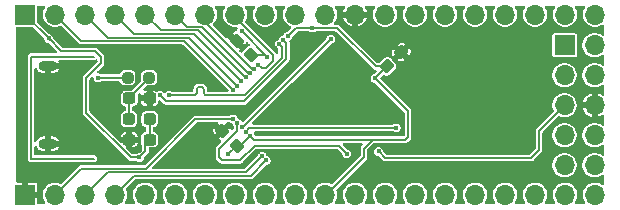
<source format=gbr>
%TF.GenerationSoftware,KiCad,Pcbnew,9.0.0*%
%TF.CreationDate,2025-03-29T18:59:15-04:00*%
%TF.ProjectId,Pro600_CPU_Upgrade,50726f36-3030-45f4-9350-555f55706772,rev?*%
%TF.SameCoordinates,Original*%
%TF.FileFunction,Copper,L2,Bot*%
%TF.FilePolarity,Positive*%
%FSLAX46Y46*%
G04 Gerber Fmt 4.6, Leading zero omitted, Abs format (unit mm)*
G04 Created by KiCad (PCBNEW 9.0.0) date 2025-03-29 18:59:15*
%MOMM*%
%LPD*%
G01*
G04 APERTURE LIST*
G04 Aperture macros list*
%AMRoundRect*
0 Rectangle with rounded corners*
0 $1 Rounding radius*
0 $2 $3 $4 $5 $6 $7 $8 $9 X,Y pos of 4 corners*
0 Add a 4 corners polygon primitive as box body*
4,1,4,$2,$3,$4,$5,$6,$7,$8,$9,$2,$3,0*
0 Add four circle primitives for the rounded corners*
1,1,$1+$1,$2,$3*
1,1,$1+$1,$4,$5*
1,1,$1+$1,$6,$7*
1,1,$1+$1,$8,$9*
0 Add four rect primitives between the rounded corners*
20,1,$1+$1,$2,$3,$4,$5,0*
20,1,$1+$1,$4,$5,$6,$7,0*
20,1,$1+$1,$6,$7,$8,$9,0*
20,1,$1+$1,$8,$9,$2,$3,0*%
G04 Aperture macros list end*
%TA.AperFunction,HeatsinkPad*%
%ADD10O,1.600000X0.900000*%
%TD*%
%TA.AperFunction,ComponentPad*%
%ADD11R,1.700000X1.700000*%
%TD*%
%TA.AperFunction,ComponentPad*%
%ADD12O,1.700000X1.700000*%
%TD*%
%TA.AperFunction,SMDPad,CuDef*%
%ADD13RoundRect,0.237500X0.380070X-0.044194X-0.044194X0.380070X-0.380070X0.044194X0.044194X-0.380070X0*%
%TD*%
%TA.AperFunction,SMDPad,CuDef*%
%ADD14RoundRect,0.237500X-0.044194X-0.380070X0.380070X0.044194X0.044194X0.380070X-0.380070X-0.044194X0*%
%TD*%
%TA.AperFunction,SMDPad,CuDef*%
%ADD15RoundRect,0.237500X0.250000X0.237500X-0.250000X0.237500X-0.250000X-0.237500X0.250000X-0.237500X0*%
%TD*%
%TA.AperFunction,SMDPad,CuDef*%
%ADD16RoundRect,0.237500X-0.300000X-0.237500X0.300000X-0.237500X0.300000X0.237500X-0.300000X0.237500X0*%
%TD*%
%TA.AperFunction,SMDPad,CuDef*%
%ADD17RoundRect,0.237500X0.300000X0.237500X-0.300000X0.237500X-0.300000X-0.237500X0.300000X-0.237500X0*%
%TD*%
%TA.AperFunction,SMDPad,CuDef*%
%ADD18RoundRect,0.237500X-0.287500X-0.237500X0.287500X-0.237500X0.287500X0.237500X-0.287500X0.237500X0*%
%TD*%
%TA.AperFunction,ViaPad*%
%ADD19C,0.400000*%
%TD*%
%TA.AperFunction,Conductor*%
%ADD20C,0.200000*%
%TD*%
G04 APERTURE END LIST*
D10*
%TO.P,J5,6,Shield*%
%TO.N,GND*%
X54000000Y-31000001D03*
X54000000Y-37599999D03*
%TD*%
D11*
%TO.P,J4,1,Pin_1*%
%TO.N,/A0*%
X97750000Y-29250000D03*
D12*
%TO.P,J4,2,Pin_2*%
%TO.N,/A1*%
X100290000Y-29250000D03*
%TO.P,J4,3,Pin_3*%
%TO.N,/A2*%
X97750000Y-31790000D03*
%TO.P,J4,4,Pin_4*%
%TO.N,/A3*%
X100290000Y-31790000D03*
%TO.P,J4,5,Pin_5*%
%TO.N,/E2*%
X97750000Y-34329999D03*
%TO.P,J4,6,Pin_6*%
%TO.N,GND*%
X100290000Y-34330000D03*
%TO.P,J4,7,Pin_7*%
%TO.N,/A5*%
X97750000Y-36870000D03*
%TO.P,J4,8,Pin_8*%
%TO.N,/A4*%
X100290000Y-36870000D03*
%TO.P,J4,9,Pin_9*%
%TO.N,/A7*%
X97750000Y-39410000D03*
%TO.P,J4,10,Pin_10*%
%TO.N,/A6*%
X100290000Y-39410000D03*
%TD*%
%TO.P,J3,21,Pin_20*%
%TO.N,/F7*%
X100330000Y-26670000D03*
%TO.P,J3,22,Pin_19*%
%TO.N,/F6*%
X97790000Y-26670000D03*
%TO.P,J3,23,Pin_18*%
%TO.N,/F5*%
X95250000Y-26670000D03*
%TO.P,J3,24,Pin_17*%
%TO.N,/F4*%
X92710000Y-26670000D03*
%TO.P,J3,25,Pin_16*%
%TO.N,/F3*%
X90170000Y-26670000D03*
%TO.P,J3,26,Pin_15*%
%TO.N,/F2*%
X87630000Y-26670000D03*
%TO.P,J3,27,Pin_14*%
%TO.N,/F1*%
X85090000Y-26670000D03*
%TO.P,J3,28,Pin_13*%
%TO.N,/F0*%
X82550000Y-26670000D03*
%TO.P,J3,29,Pin_12*%
%TO.N,GND*%
X80010000Y-26670000D03*
%TO.P,J3,30,Pin_11*%
%TO.N,/E5*%
X77470000Y-26670000D03*
%TO.P,J3,31,Pin_10*%
%TO.N,/E6*%
X74930000Y-26670000D03*
%TO.P,J3,32,Pin_9*%
%TO.N,/E7*%
X72390000Y-26670000D03*
%TO.P,J3,33,Pin_8*%
%TO.N,/B0*%
X69850000Y-26670000D03*
%TO.P,J3,34,Pin_7*%
%TO.N,/B1*%
X67310000Y-26670000D03*
%TO.P,J3,35,Pin_6*%
%TO.N,/B2*%
X64770000Y-26670000D03*
%TO.P,J3,36,Pin_5*%
%TO.N,/B3*%
X62230000Y-26670000D03*
%TO.P,J3,37,Pin_4*%
%TO.N,/B4*%
X59690000Y-26670000D03*
%TO.P,J3,38,Pin_3*%
%TO.N,/B5*%
X57150000Y-26670000D03*
%TO.P,J3,39,Pin_2*%
%TO.N,/B6*%
X54610000Y-26670000D03*
D11*
%TO.P,J3,40,Pin_1*%
%TO.N,+5V*%
X52070000Y-26670000D03*
%TD*%
%TO.P,J2,1,Pin_1*%
%TO.N,GND*%
X52070000Y-41910000D03*
D12*
%TO.P,J2,2,Pin_2*%
%TO.N,/B7*%
X54610000Y-41910000D03*
%TO.P,J2,3,Pin_3*%
%TO.N,/D0*%
X57150000Y-41910000D03*
%TO.P,J2,4,Pin_4*%
%TO.N,/D1*%
X59690000Y-41910000D03*
%TO.P,J2,5,Pin_5*%
%TO.N,/D2*%
X62230000Y-41910000D03*
%TO.P,J2,6,Pin_6*%
%TO.N,/D3*%
X64770000Y-41910000D03*
%TO.P,J2,7,Pin_7*%
%TO.N,/D4*%
X67310000Y-41910000D03*
%TO.P,J2,8,Pin_8*%
%TO.N,/D5*%
X69850000Y-41910000D03*
%TO.P,J2,9,Pin_9*%
%TO.N,/D6*%
X72390000Y-41910000D03*
%TO.P,J2,10,Pin_10*%
%TO.N,/D7*%
X74930000Y-41910000D03*
%TO.P,J2,11,Pin_11*%
%TO.N,+5V*%
X77470000Y-41910000D03*
%TO.P,J2,12,Pin_12*%
%TO.N,/E1*%
X80010000Y-41910000D03*
%TO.P,J2,13,Pin_13*%
%TO.N,/C0*%
X82550000Y-41910000D03*
%TO.P,J2,14,Pin_14*%
%TO.N,/C1*%
X85090000Y-41910000D03*
%TO.P,J2,15,Pin_15*%
%TO.N,/C2*%
X87630000Y-41910000D03*
%TO.P,J2,16,Pin_16*%
%TO.N,/C3*%
X90170000Y-41910000D03*
%TO.P,J2,17,Pin_17*%
%TO.N,/C4*%
X92710000Y-41910000D03*
%TO.P,J2,18,Pin_18*%
%TO.N,/C5*%
X95250000Y-41910000D03*
%TO.P,J2,19,Pin_19*%
%TO.N,/C6*%
X97790000Y-41910000D03*
%TO.P,J2,20,Pin_20*%
%TO.N,/C7*%
X100330000Y-41910000D03*
%TD*%
D13*
%TO.P,C8,1*%
%TO.N,+5V*%
X70000000Y-37750000D03*
%TO.P,C8,2*%
%TO.N,GND*%
X68780240Y-36530240D03*
%TD*%
D14*
%TO.P,C11,1*%
%TO.N,+5V*%
X82700000Y-31050000D03*
%TO.P,C11,2*%
%TO.N,GND*%
X83919760Y-29830240D03*
%TD*%
D15*
%TO.P,TH1,1*%
%TO.N,/+VBus_Unfiltered*%
X62575000Y-32000000D03*
%TO.P,TH1,2*%
%TO.N,/+VBus_Conn*%
X60750000Y-32000000D03*
%TD*%
D13*
%TO.P,C10,1*%
%TO.N,+5V*%
X71200000Y-30100000D03*
%TO.P,C10,2*%
%TO.N,GND*%
X69980240Y-28880240D03*
%TD*%
D16*
%TO.P,C7,1*%
%TO.N,/+VBus_Unfiltered*%
X60887499Y-33750000D03*
%TO.P,C7,2*%
%TO.N,GND*%
X62612501Y-33750000D03*
%TD*%
D17*
%TO.P,C12,1*%
%TO.N,+5V*%
X62612501Y-37250000D03*
%TO.P,C12,2*%
%TO.N,GND*%
X60887499Y-37250000D03*
%TD*%
D18*
%TO.P,L1,1,1*%
%TO.N,/+VBus_Unfiltered*%
X60875001Y-35500000D03*
%TO.P,L1,2,2*%
%TO.N,+5V*%
X62624999Y-35500000D03*
%TD*%
D19*
%TO.N,GND*%
X85000000Y-33900000D03*
X73237117Y-29511554D03*
X83500000Y-35250000D03*
X81317386Y-31722047D03*
X69200000Y-28500000D03*
X71792890Y-38292890D03*
%TO.N,+5V*%
X70400000Y-28058017D03*
X76400000Y-27800000D03*
X71127886Y-36900000D03*
X54075000Y-28675000D03*
X61750000Y-38750000D03*
X69250000Y-38500000D03*
X74323432Y-28478492D03*
X72530091Y-30218744D03*
X81697031Y-32047427D03*
%TO.N,/+VBus_Conn*%
X58250000Y-32000000D03*
%TO.N,/D0*%
X72146445Y-38646445D03*
%TO.N,/D1*%
X72500000Y-39000000D03*
%TO.N,/C4*%
X79309670Y-38440330D03*
X70053555Y-35853555D03*
%TO.N,/B7*%
X69700000Y-35500000D03*
%TO.N,/E2*%
X82000000Y-38250000D03*
%TO.N,/USB_T_D_P*%
X64250000Y-33500000D03*
X73591567Y-29158896D03*
%TO.N,/USB_T_D_N*%
X73944606Y-28804825D03*
X63500000Y-33500000D03*
%TO.N,/RESET*%
X70760665Y-36560665D03*
X83500000Y-36250000D03*
%TO.N,/B4*%
X70385780Y-32314220D03*
%TO.N,/E5*%
X70407110Y-36207110D03*
X77956600Y-28743400D03*
%TO.N,/B0*%
X71800000Y-30900000D03*
%TO.N,/B5*%
X70032225Y-32667775D03*
%TO.N,/B3*%
X70739335Y-31960665D03*
%TO.N,/B2*%
X71092890Y-31607110D03*
%TO.N,/B6*%
X69678670Y-33021330D03*
%TO.N,/B1*%
X71446445Y-31253555D03*
%TD*%
D20*
%TO.N,*%
X52563000Y-38864000D02*
X57923000Y-38864000D01*
X52563000Y-30224000D02*
X57923000Y-30224000D01*
X52563000Y-38864000D02*
X52563000Y-30224000D01*
%TO.N,GND*%
X69980240Y-28880240D02*
X69580240Y-28880240D01*
X69580240Y-28880240D02*
X69200000Y-28500000D01*
%TO.N,/+VBus_Unfiltered*%
X62575000Y-32000000D02*
X62520953Y-32000000D01*
X62575000Y-32062499D02*
X60887499Y-33750000D01*
X62575000Y-32000000D02*
X62575000Y-32062499D01*
X60875001Y-33699999D02*
X60875001Y-35500000D01*
X62575000Y-32000000D02*
X60875001Y-33699999D01*
%TO.N,+5V*%
X70277886Y-37750000D02*
X71127886Y-36900000D01*
X84500000Y-34850396D02*
X81697031Y-32047427D01*
X62250000Y-37612501D02*
X62612501Y-37250000D01*
X82694458Y-31050000D02*
X81697031Y-32047427D01*
X82700000Y-31050000D02*
X82694458Y-31050000D01*
X78500000Y-27800000D02*
X81750000Y-31050000D01*
X81750000Y-31050000D02*
X82700000Y-31050000D01*
X54075000Y-28675000D02*
X54200000Y-28800000D01*
X75001924Y-27800000D02*
X74323432Y-28478492D01*
X70000000Y-37750000D02*
X70277886Y-37750000D01*
X81500000Y-37250000D02*
X84250000Y-37250000D01*
X80750000Y-38000000D02*
X81500000Y-37250000D01*
X61750000Y-38750000D02*
X62250000Y-38250000D01*
X55150000Y-29750000D02*
X54075000Y-28675000D01*
X58500000Y-30750000D02*
X58500000Y-30250000D01*
X72411347Y-30100000D02*
X72530091Y-30218744D01*
X57250000Y-35000000D02*
X57250000Y-32000000D01*
X70400000Y-28088653D02*
X70400000Y-28058017D01*
X76400000Y-27800000D02*
X78500000Y-27800000D01*
X80750000Y-38750000D02*
X80750000Y-38000000D01*
X76400000Y-27800000D02*
X75001924Y-27800000D01*
X70000000Y-37750000D02*
X69250000Y-38500000D01*
X81500000Y-37250000D02*
X71477886Y-37250000D01*
X54075000Y-28675000D02*
X52070000Y-26670000D01*
X84500000Y-37000000D02*
X84500000Y-34850396D01*
X61750000Y-38750000D02*
X61000000Y-38750000D01*
X84250000Y-37250000D02*
X84500000Y-37000000D01*
X62250000Y-38250000D02*
X62250000Y-37612501D01*
X77470000Y-41910000D02*
X77590000Y-41910000D01*
X62624999Y-37237502D02*
X62612501Y-37250000D01*
X71200000Y-30100000D02*
X72411347Y-30100000D01*
X72530091Y-30218744D02*
X70400000Y-28088653D01*
X61000000Y-38750000D02*
X57250000Y-35000000D01*
X58000000Y-29750000D02*
X55150000Y-29750000D01*
X58500000Y-30250000D02*
X58000000Y-29750000D01*
X57250000Y-32000000D02*
X58500000Y-30750000D01*
X71477886Y-37250000D02*
X71127886Y-36900000D01*
X62624999Y-35500000D02*
X62624999Y-37237502D01*
X77590000Y-41910000D02*
X80750000Y-38750000D01*
%TO.N,/+VBus_Conn*%
X58250000Y-32000000D02*
X60750000Y-32000000D01*
%TO.N,/D0*%
X70792890Y-40000000D02*
X59060000Y-40000000D01*
X59060000Y-40000000D02*
X57150000Y-41910000D01*
X72146445Y-38646445D02*
X70792890Y-40000000D01*
%TO.N,/D1*%
X72500000Y-39000000D02*
X71200000Y-40300000D01*
X71200000Y-40300000D02*
X61300000Y-40300000D01*
X61300000Y-40300000D02*
X59690000Y-41910000D01*
%TO.N,/C4*%
X68750000Y-39000000D02*
X68500000Y-38750000D01*
X70000000Y-36500000D02*
X70000000Y-35907110D01*
X68500000Y-38000000D02*
X70000000Y-36500000D01*
X68500000Y-38750000D02*
X68500000Y-38000000D01*
X71504555Y-37745445D02*
X70250000Y-39000000D01*
X70000000Y-35907110D02*
X70053555Y-35853555D01*
X79309670Y-38440330D02*
X78614785Y-37745445D01*
X70250000Y-39000000D02*
X68750000Y-39000000D01*
X78614785Y-37745445D02*
X71504555Y-37745445D01*
%TO.N,/B7*%
X56820000Y-39700000D02*
X54610000Y-41910000D01*
X69700000Y-35500000D02*
X66500000Y-35500000D01*
X62300000Y-39700000D02*
X56820000Y-39700000D01*
X66500000Y-35500000D02*
X62300000Y-39700000D01*
%TO.N,/E2*%
X82550000Y-38800000D02*
X94900000Y-38800000D01*
X95600000Y-36479999D02*
X97750000Y-34329999D01*
X94900000Y-38800000D02*
X95600000Y-38100000D01*
X95600000Y-38100000D02*
X95600000Y-36479999D01*
X82000000Y-38250000D02*
X82550000Y-38800000D01*
%TO.N,/USB_T_D_P*%
X67562798Y-33500000D02*
X69434661Y-33500000D01*
X66602798Y-33260000D02*
X66602798Y-33014745D01*
X73800000Y-30375736D02*
X73800000Y-29367329D01*
X70675736Y-33500000D02*
X73800000Y-30375736D01*
X69434661Y-33500000D02*
X70675736Y-33500000D01*
X67442798Y-33500000D02*
X67562798Y-33500000D01*
X67202798Y-33014745D02*
X67202798Y-33260000D01*
X64250000Y-33500000D02*
X66362798Y-33500000D01*
X66842798Y-32774745D02*
X66962798Y-32774745D01*
X73800000Y-29367329D02*
X73591567Y-29158896D01*
X66962798Y-32774745D02*
G75*
G02*
X67202755Y-33014745I2J-239955D01*
G01*
X67202798Y-33260000D02*
G75*
G03*
X67442798Y-33500002I240002J0D01*
G01*
X66602798Y-33014745D02*
G75*
G02*
X66842798Y-32774698I240002J45D01*
G01*
X66362798Y-33500000D02*
G75*
G03*
X66602800Y-33260000I2J240000D01*
G01*
%TO.N,/USB_T_D_N*%
X74200000Y-29060219D02*
X73944606Y-28804825D01*
X63500000Y-33500000D02*
X64000000Y-34000000D01*
X64000000Y-34000000D02*
X70600000Y-34000000D01*
X74200000Y-30400000D02*
X74200000Y-29060219D01*
X70600000Y-34000000D02*
X74200000Y-30400000D01*
%TO.N,/RESET*%
X83500000Y-36250000D02*
X71071330Y-36250000D01*
X71071330Y-36250000D02*
X70760665Y-36560665D01*
X70760665Y-36560665D02*
X70714220Y-36607110D01*
%TO.N,/B4*%
X70385780Y-32314220D02*
X66371560Y-28300000D01*
X66371560Y-28300000D02*
X61320000Y-28300000D01*
X61320000Y-28300000D02*
X59690000Y-26670000D01*
%TO.N,/E5*%
X70492890Y-36207110D02*
X70407110Y-36207110D01*
X77470000Y-26670000D02*
X77794264Y-26670000D01*
X77956600Y-28743400D02*
X70492890Y-36207110D01*
%TO.N,/B0*%
X71800000Y-30900000D02*
X72100000Y-31200000D01*
X73100000Y-30600000D02*
X73100000Y-30100000D01*
X73100000Y-30100000D02*
X69850000Y-26850000D01*
X72100000Y-31200000D02*
X72500000Y-31200000D01*
X72500000Y-31200000D02*
X73100000Y-30600000D01*
X69850000Y-26850000D02*
X69850000Y-26670000D01*
%TO.N,/B5*%
X65964450Y-28600000D02*
X59080000Y-28600000D01*
X70032225Y-32667775D02*
X65964450Y-28600000D01*
X59080000Y-28600000D02*
X57150000Y-26670000D01*
%TO.N,/B3*%
X70739335Y-31960665D02*
X70660665Y-31960665D01*
X70660665Y-31960665D02*
X66700000Y-28000000D01*
X63560000Y-28000000D02*
X62230000Y-26670000D01*
X66700000Y-28000000D02*
X63560000Y-28000000D01*
%TO.N,/B2*%
X65800000Y-27700000D02*
X64770000Y-26670000D01*
X67044356Y-27700000D02*
X65800000Y-27700000D01*
X71092890Y-31607110D02*
X70951466Y-31607110D01*
X70951466Y-31607110D02*
X67044356Y-27700000D01*
%TO.N,/B6*%
X65557340Y-28900000D02*
X56840000Y-28900000D01*
X69678670Y-33021330D02*
X65557340Y-28900000D01*
X56840000Y-28900000D02*
X54610000Y-26670000D01*
%TO.N,/B1*%
X67310000Y-27258534D02*
X67310000Y-26670000D01*
X71305021Y-31253555D02*
X67310000Y-27258534D01*
X71446445Y-31253555D02*
X71305021Y-31253555D01*
%TD*%
%TA.AperFunction,Conductor*%
%TO.N,GND*%
G36*
X53725856Y-25920185D02*
G01*
X53771611Y-25972989D01*
X53781555Y-26042147D01*
X53761919Y-26093390D01*
X53701220Y-26184232D01*
X53701212Y-26184247D01*
X53623909Y-26370872D01*
X53623907Y-26370880D01*
X53584500Y-26568992D01*
X53584500Y-26771007D01*
X53623907Y-26969119D01*
X53623909Y-26969127D01*
X53701212Y-27155752D01*
X53701217Y-27155762D01*
X53813441Y-27323718D01*
X53956281Y-27466558D01*
X54124237Y-27578782D01*
X54124241Y-27578784D01*
X54124244Y-27578786D01*
X54310873Y-27656091D01*
X54447975Y-27683362D01*
X54508992Y-27695499D01*
X54508996Y-27695500D01*
X54508997Y-27695500D01*
X54711004Y-27695500D01*
X54711005Y-27695499D01*
X54909127Y-27656091D01*
X55042837Y-27600705D01*
X55112305Y-27593237D01*
X55174784Y-27624512D01*
X55177970Y-27627586D01*
X56683938Y-29133555D01*
X56683939Y-29133555D01*
X56683941Y-29133557D01*
X56713595Y-29145839D01*
X56713597Y-29145841D01*
X56713598Y-29145841D01*
X56722794Y-29149650D01*
X56785200Y-29175500D01*
X65391863Y-29175500D01*
X65458902Y-29195185D01*
X65479544Y-29211819D01*
X69268051Y-33000326D01*
X69277317Y-33017296D01*
X69290646Y-33031305D01*
X69298247Y-33055627D01*
X69301536Y-33061649D01*
X69302154Y-33064670D01*
X69303170Y-33069971D01*
X69303170Y-33070765D01*
X69303703Y-33072756D01*
X69304548Y-33077163D01*
X69301605Y-33107636D01*
X69300879Y-33138248D01*
X69298277Y-33142091D01*
X69297832Y-33146709D01*
X69278880Y-33170754D01*
X69261720Y-33196113D01*
X69257455Y-33197939D01*
X69254583Y-33201584D01*
X69225636Y-33211567D01*
X69197494Y-33223622D01*
X69189267Y-33224112D01*
X69188532Y-33224366D01*
X69187840Y-33224197D01*
X69182764Y-33224500D01*
X67602298Y-33224500D01*
X67535259Y-33204815D01*
X67489504Y-33152011D01*
X67478298Y-33100500D01*
X67478298Y-32957008D01*
X67478264Y-32956722D01*
X67478265Y-32956712D01*
X67452433Y-32843450D01*
X67452427Y-32843437D01*
X67402044Y-32738779D01*
X67329621Y-32647945D01*
X67238801Y-32575507D01*
X67134141Y-32525098D01*
X67134139Y-32525097D01*
X67105823Y-32518634D01*
X67020881Y-32499245D01*
X67020878Y-32499245D01*
X66894205Y-32499245D01*
X66894041Y-32499197D01*
X66784708Y-32499198D01*
X66784704Y-32499199D01*
X66671441Y-32525054D01*
X66671435Y-32525056D01*
X66566774Y-32575466D01*
X66566767Y-32575471D01*
X66475944Y-32647912D01*
X66444925Y-32686818D01*
X66403516Y-32738755D01*
X66353122Y-32843436D01*
X66340601Y-32898337D01*
X66327288Y-32956707D01*
X66327288Y-32956709D01*
X66327298Y-33014693D01*
X66327298Y-33100500D01*
X66307613Y-33167539D01*
X66254809Y-33213294D01*
X66203298Y-33224500D01*
X64555202Y-33224500D01*
X64488163Y-33204815D01*
X64480992Y-33199773D01*
X64448184Y-33180831D01*
X64394938Y-33150090D01*
X64299435Y-33124500D01*
X64200565Y-33124500D01*
X64105062Y-33150090D01*
X64105060Y-33150091D01*
X64105059Y-33150091D01*
X64019436Y-33199526D01*
X63962681Y-33256282D01*
X63901358Y-33289767D01*
X63831666Y-33284783D01*
X63787319Y-33256282D01*
X63730563Y-33199526D01*
X63730562Y-33199525D01*
X63644938Y-33150090D01*
X63549435Y-33124500D01*
X63450565Y-33124500D01*
X63399257Y-33138248D01*
X63355061Y-33150090D01*
X63296172Y-33184090D01*
X63228272Y-33200562D01*
X63162245Y-33177709D01*
X63161292Y-33177024D01*
X63157985Y-33174621D01*
X63041555Y-33115297D01*
X62944966Y-33100000D01*
X62862501Y-33100000D01*
X62862501Y-34399999D01*
X62944970Y-34399999D01*
X62944970Y-34399998D01*
X63041554Y-34384702D01*
X63041555Y-34384702D01*
X63157986Y-34325377D01*
X63157990Y-34325374D01*
X63250375Y-34232989D01*
X63250378Y-34232984D01*
X63309703Y-34116555D01*
X63309703Y-34116554D01*
X63325000Y-34019973D01*
X63325000Y-34013989D01*
X63344678Y-33946948D01*
X63397478Y-33901188D01*
X63466636Y-33891239D01*
X63530194Y-33920258D01*
X63536681Y-33926297D01*
X63843944Y-34233560D01*
X63917856Y-34264174D01*
X63945200Y-34275500D01*
X63945202Y-34275500D01*
X70654799Y-34275500D01*
X70654800Y-34275500D01*
X70756058Y-34233557D01*
X70833557Y-34156058D01*
X74433557Y-30556058D01*
X74475500Y-30454800D01*
X74475500Y-30345200D01*
X74475500Y-29005419D01*
X74462470Y-28973962D01*
X74456567Y-28959712D01*
X74449096Y-28890245D01*
X74480369Y-28827765D01*
X74509126Y-28804871D01*
X74553994Y-28778967D01*
X74623907Y-28709054D01*
X74673342Y-28623430D01*
X74698932Y-28527927D01*
X74698932Y-28527924D01*
X74701035Y-28520076D01*
X74702554Y-28520483D01*
X74727051Y-28465096D01*
X74734037Y-28457501D01*
X75079721Y-28111819D01*
X75141044Y-28078334D01*
X75167402Y-28075500D01*
X76094798Y-28075500D01*
X76161837Y-28095185D01*
X76169007Y-28100226D01*
X76169437Y-28100474D01*
X76169438Y-28100475D01*
X76255062Y-28149910D01*
X76350565Y-28175500D01*
X76350567Y-28175500D01*
X76449432Y-28175500D01*
X76449435Y-28175500D01*
X76544938Y-28149910D01*
X76630562Y-28100475D01*
X76630563Y-28100473D01*
X76637600Y-28096411D01*
X76638384Y-28097770D01*
X76694893Y-28075929D01*
X76705202Y-28075500D01*
X78334523Y-28075500D01*
X78401562Y-28095185D01*
X78422203Y-28111818D01*
X81593941Y-31283557D01*
X81595061Y-31284020D01*
X81595078Y-31284034D01*
X81595081Y-31284029D01*
X81695197Y-31325499D01*
X81695198Y-31325499D01*
X81695200Y-31325500D01*
X81729979Y-31325500D01*
X81797018Y-31345185D01*
X81842773Y-31397989D01*
X81852717Y-31467147D01*
X81823692Y-31530703D01*
X81817660Y-31537181D01*
X81718033Y-31636808D01*
X81694979Y-31649395D01*
X81673996Y-31665192D01*
X81664802Y-31665874D01*
X81656710Y-31670293D01*
X81648082Y-31671797D01*
X81647597Y-31671927D01*
X81647596Y-31671927D01*
X81552093Y-31697517D01*
X81552091Y-31697518D01*
X81552090Y-31697518D01*
X81466467Y-31746953D01*
X81396557Y-31816863D01*
X81347122Y-31902486D01*
X81347122Y-31902487D01*
X81347121Y-31902489D01*
X81321531Y-31997992D01*
X81321531Y-32096862D01*
X81347121Y-32192365D01*
X81396556Y-32277989D01*
X81466469Y-32347902D01*
X81552093Y-32397337D01*
X81647596Y-32422927D01*
X81647599Y-32422927D01*
X81655447Y-32425030D01*
X81655039Y-32426550D01*
X81710427Y-32451047D01*
X81718034Y-32458045D01*
X84188181Y-34928192D01*
X84221666Y-34989515D01*
X84224500Y-35015873D01*
X84224500Y-36834521D01*
X84215856Y-36863958D01*
X84209334Y-36893944D01*
X84205577Y-36898961D01*
X84204815Y-36901560D01*
X84188184Y-36922199D01*
X84172206Y-36938178D01*
X84110884Y-36971665D01*
X84084522Y-36974500D01*
X71643364Y-36974500D01*
X71576325Y-36954815D01*
X71555683Y-36938181D01*
X71538504Y-36921002D01*
X71505019Y-36859679D01*
X71503515Y-36851049D01*
X71503386Y-36850567D01*
X71503386Y-36850565D01*
X71477796Y-36755062D01*
X71452644Y-36711497D01*
X71436172Y-36643601D01*
X71459024Y-36577574D01*
X71513945Y-36534383D01*
X71560032Y-36525500D01*
X83194798Y-36525500D01*
X83261837Y-36545185D01*
X83269007Y-36550226D01*
X83269437Y-36550474D01*
X83269438Y-36550475D01*
X83355062Y-36599910D01*
X83450565Y-36625500D01*
X83450567Y-36625500D01*
X83549432Y-36625500D01*
X83549435Y-36625500D01*
X83644938Y-36599910D01*
X83730562Y-36550475D01*
X83800475Y-36480562D01*
X83849910Y-36394938D01*
X83875500Y-36299435D01*
X83875500Y-36200565D01*
X83849910Y-36105062D01*
X83800475Y-36019438D01*
X83730562Y-35949525D01*
X83644938Y-35900090D01*
X83549435Y-35874500D01*
X83450565Y-35874500D01*
X83355062Y-35900090D01*
X83355060Y-35900091D01*
X83355059Y-35900091D01*
X83304593Y-35929228D01*
X83269438Y-35949525D01*
X83269436Y-35949526D01*
X83262400Y-35953589D01*
X83261615Y-35952229D01*
X83205107Y-35974071D01*
X83194798Y-35974500D01*
X71414477Y-35974500D01*
X71347438Y-35954815D01*
X71301683Y-35902011D01*
X71291739Y-35832853D01*
X71320764Y-35769297D01*
X71326796Y-35762819D01*
X74630459Y-32459156D01*
X77935598Y-29154016D01*
X77996919Y-29120533D01*
X78005554Y-29119027D01*
X78006028Y-29118900D01*
X78006035Y-29118900D01*
X78101538Y-29093310D01*
X78187162Y-29043875D01*
X78257075Y-28973962D01*
X78306510Y-28888338D01*
X78332100Y-28792835D01*
X78332100Y-28693965D01*
X78306510Y-28598462D01*
X78257075Y-28512838D01*
X78187162Y-28442925D01*
X78101538Y-28393490D01*
X78006035Y-28367900D01*
X77907165Y-28367900D01*
X77811662Y-28393490D01*
X77811660Y-28393491D01*
X77811659Y-28393491D01*
X77726036Y-28442926D01*
X77656126Y-28512836D01*
X77606691Y-28598459D01*
X77606691Y-28598460D01*
X77606690Y-28598462D01*
X77581100Y-28693965D01*
X77581100Y-28693967D01*
X77578997Y-28701816D01*
X77577479Y-28701409D01*
X77552968Y-28756810D01*
X77545981Y-28764403D01*
X70590316Y-35720067D01*
X70528993Y-35753552D01*
X70459301Y-35748568D01*
X70403368Y-35706696D01*
X70395253Y-35694394D01*
X70354030Y-35622993D01*
X70284117Y-35553080D01*
X70198495Y-35503646D01*
X70198494Y-35503645D01*
X70179996Y-35498688D01*
X70150458Y-35490774D01*
X70090800Y-35454410D01*
X70062780Y-35403094D01*
X70049910Y-35355062D01*
X70000475Y-35269438D01*
X69930562Y-35199525D01*
X69844938Y-35150090D01*
X69749435Y-35124500D01*
X69650565Y-35124500D01*
X69555062Y-35150090D01*
X69555060Y-35150091D01*
X69555059Y-35150091D01*
X69504593Y-35179228D01*
X69469438Y-35199525D01*
X69469436Y-35199526D01*
X69462400Y-35203589D01*
X69461615Y-35202229D01*
X69405107Y-35224071D01*
X69394798Y-35224500D01*
X66445199Y-35224500D01*
X66343940Y-35266444D01*
X62222204Y-39388181D01*
X62160881Y-39421666D01*
X62134523Y-39424500D01*
X56765199Y-39424500D01*
X56663940Y-39466444D01*
X55177970Y-40952413D01*
X55116647Y-40985898D01*
X55046955Y-40980914D01*
X55042836Y-40979293D01*
X54909127Y-40923909D01*
X54909119Y-40923907D01*
X54711007Y-40884500D01*
X54711003Y-40884500D01*
X54508997Y-40884500D01*
X54508992Y-40884500D01*
X54310880Y-40923907D01*
X54310872Y-40923909D01*
X54124247Y-41001212D01*
X54124237Y-41001217D01*
X53956281Y-41113441D01*
X53813441Y-41256281D01*
X53701217Y-41424237D01*
X53701212Y-41424247D01*
X53623909Y-41610872D01*
X53623907Y-41610880D01*
X53584500Y-41808992D01*
X53584500Y-42011007D01*
X53623907Y-42209119D01*
X53623909Y-42209127D01*
X53701212Y-42395752D01*
X53701220Y-42395767D01*
X53761919Y-42486610D01*
X53782797Y-42553287D01*
X53764312Y-42620667D01*
X53712333Y-42667357D01*
X53658817Y-42679500D01*
X53219000Y-42679500D01*
X53151961Y-42659815D01*
X53106206Y-42607011D01*
X53095000Y-42555500D01*
X53095000Y-42160000D01*
X52503012Y-42160000D01*
X52535925Y-42102993D01*
X52570000Y-41975826D01*
X52570000Y-41844174D01*
X52535925Y-41717007D01*
X52503012Y-41660000D01*
X53095000Y-41660000D01*
X53095000Y-41042763D01*
X53084846Y-40991718D01*
X53046168Y-40933831D01*
X52988281Y-40895153D01*
X52937236Y-40885000D01*
X52320000Y-40885000D01*
X52320000Y-41476988D01*
X52262993Y-41444075D01*
X52135826Y-41410000D01*
X52004174Y-41410000D01*
X51877007Y-41444075D01*
X51820000Y-41476988D01*
X51820000Y-40885000D01*
X51424500Y-40885000D01*
X51357461Y-40865315D01*
X51311706Y-40812511D01*
X51300500Y-40761000D01*
X51300500Y-27819500D01*
X51320185Y-27752461D01*
X51372989Y-27706706D01*
X51424500Y-27695500D01*
X52654523Y-27695500D01*
X52721562Y-27715185D01*
X52742204Y-27731819D01*
X53664381Y-28653996D01*
X53697866Y-28715319D01*
X53699369Y-28723943D01*
X53699500Y-28724431D01*
X53699500Y-28724435D01*
X53725090Y-28819938D01*
X53774525Y-28905562D01*
X53844438Y-28975475D01*
X53930062Y-29024910D01*
X54025565Y-29050500D01*
X54025568Y-29050500D01*
X54033416Y-29052603D01*
X54033008Y-29054123D01*
X54088396Y-29078620D01*
X54096003Y-29085618D01*
X54747203Y-29736819D01*
X54780688Y-29798142D01*
X54775704Y-29867834D01*
X54733832Y-29923767D01*
X54668368Y-29948184D01*
X54659522Y-29948500D01*
X52508199Y-29948500D01*
X52406940Y-29990444D01*
X52329444Y-30067940D01*
X52287800Y-30168476D01*
X52287500Y-30169200D01*
X52287500Y-38918800D01*
X52329443Y-39020058D01*
X52406942Y-39097557D01*
X52508200Y-39139500D01*
X52508201Y-39139500D01*
X57977799Y-39139500D01*
X57977800Y-39139500D01*
X58079058Y-39097557D01*
X58156557Y-39020058D01*
X58198500Y-38918800D01*
X58198500Y-38809200D01*
X58156557Y-38707942D01*
X58079058Y-38630443D01*
X57977800Y-38588500D01*
X52962500Y-38588500D01*
X52895461Y-38568815D01*
X52849706Y-38516011D01*
X52838500Y-38464500D01*
X52838500Y-37897458D01*
X52858185Y-37830419D01*
X52910989Y-37784664D01*
X52980147Y-37774720D01*
X53043703Y-37803745D01*
X53077061Y-37850006D01*
X53096128Y-37896040D01*
X53096135Y-37896053D01*
X53164530Y-37998412D01*
X53164533Y-37998416D01*
X53251582Y-38085465D01*
X53251586Y-38085468D01*
X53353945Y-38153863D01*
X53353958Y-38153870D01*
X53467689Y-38200978D01*
X53467699Y-38200981D01*
X53588440Y-38224999D01*
X53750000Y-38224999D01*
X53750000Y-37849999D01*
X54250000Y-37849999D01*
X54250000Y-38224999D01*
X54411559Y-38224999D01*
X54532300Y-38200981D01*
X54532310Y-38200978D01*
X54646041Y-38153870D01*
X54646054Y-38153863D01*
X54748413Y-38085468D01*
X54748417Y-38085465D01*
X54835466Y-37998416D01*
X54835472Y-37998408D01*
X54903866Y-37896049D01*
X54903868Y-37896045D01*
X54922942Y-37849999D01*
X54399728Y-37849999D01*
X54491614Y-37811939D01*
X54561940Y-37741613D01*
X54600000Y-37649727D01*
X54600000Y-37550271D01*
X54561940Y-37458385D01*
X54491614Y-37388059D01*
X54399728Y-37349999D01*
X54922942Y-37349999D01*
X54922941Y-37349998D01*
X54903868Y-37303952D01*
X54903866Y-37303948D01*
X54835472Y-37201589D01*
X54835466Y-37201581D01*
X54748417Y-37114532D01*
X54748413Y-37114529D01*
X54646054Y-37046134D01*
X54646041Y-37046127D01*
X54532310Y-36999019D01*
X54532300Y-36999016D01*
X54411559Y-36974999D01*
X54250000Y-36974999D01*
X54250000Y-37349999D01*
X53750000Y-37349999D01*
X53750000Y-36974999D01*
X53588441Y-36974999D01*
X53467699Y-36999016D01*
X53467689Y-36999019D01*
X53353958Y-37046127D01*
X53353945Y-37046134D01*
X53251586Y-37114529D01*
X53251582Y-37114532D01*
X53164533Y-37201581D01*
X53164530Y-37201585D01*
X53096135Y-37303944D01*
X53096130Y-37303953D01*
X53077061Y-37349992D01*
X53033220Y-37404395D01*
X52966926Y-37426460D01*
X52899227Y-37409181D01*
X52851616Y-37358044D01*
X52838500Y-37302539D01*
X52838500Y-31297460D01*
X52858185Y-31230421D01*
X52910989Y-31184666D01*
X52980147Y-31174722D01*
X53043703Y-31203747D01*
X53077061Y-31250008D01*
X53096128Y-31296042D01*
X53096135Y-31296055D01*
X53164530Y-31398414D01*
X53164533Y-31398418D01*
X53251582Y-31485467D01*
X53251586Y-31485470D01*
X53353945Y-31553865D01*
X53353958Y-31553872D01*
X53467689Y-31600980D01*
X53467699Y-31600983D01*
X53588440Y-31625001D01*
X53750000Y-31625001D01*
X53750000Y-31250001D01*
X54250000Y-31250001D01*
X54250000Y-31625001D01*
X54411559Y-31625001D01*
X54532300Y-31600983D01*
X54532310Y-31600980D01*
X54646041Y-31553872D01*
X54646054Y-31553865D01*
X54748413Y-31485470D01*
X54748417Y-31485467D01*
X54835466Y-31398418D01*
X54835472Y-31398410D01*
X54903866Y-31296051D01*
X54903868Y-31296047D01*
X54922942Y-31250001D01*
X54399728Y-31250001D01*
X54491614Y-31211941D01*
X54561940Y-31141615D01*
X54600000Y-31049729D01*
X54600000Y-30950273D01*
X54561940Y-30858387D01*
X54491614Y-30788061D01*
X54399728Y-30750001D01*
X54922942Y-30750001D01*
X54922941Y-30750000D01*
X54903870Y-30703957D01*
X54896142Y-30692392D01*
X54875264Y-30625714D01*
X54893748Y-30558334D01*
X54945727Y-30511643D01*
X54999244Y-30499500D01*
X57977799Y-30499500D01*
X57977800Y-30499500D01*
X58053048Y-30468330D01*
X58085679Y-30464822D01*
X58118147Y-30460154D01*
X58120234Y-30461107D01*
X58122515Y-30460862D01*
X58151853Y-30475547D01*
X58181703Y-30489179D01*
X58182943Y-30491109D01*
X58184995Y-30492136D01*
X58201737Y-30520353D01*
X58219477Y-30547957D01*
X58219912Y-30550985D01*
X58220648Y-30552225D01*
X58224500Y-30582892D01*
X58224500Y-30584523D01*
X58204815Y-30651562D01*
X58188181Y-30672204D01*
X57016444Y-31843940D01*
X56990082Y-31907583D01*
X56974500Y-31945200D01*
X56974500Y-35054800D01*
X57004061Y-35126167D01*
X57004223Y-35126556D01*
X57004223Y-35126557D01*
X57016443Y-35156059D01*
X57016444Y-35156060D01*
X58972748Y-37112363D01*
X60843942Y-38983557D01*
X60945200Y-39025500D01*
X61054800Y-39025500D01*
X61444798Y-39025500D01*
X61511837Y-39045185D01*
X61519007Y-39050226D01*
X61519437Y-39050474D01*
X61519438Y-39050475D01*
X61605062Y-39099910D01*
X61700565Y-39125500D01*
X61700567Y-39125500D01*
X61799432Y-39125500D01*
X61799435Y-39125500D01*
X61894938Y-39099910D01*
X61980562Y-39050475D01*
X62050475Y-38980562D01*
X62099910Y-38894938D01*
X62125500Y-38799435D01*
X62125500Y-38799432D01*
X62127603Y-38791584D01*
X62129122Y-38791991D01*
X62153619Y-38736604D01*
X62160593Y-38729021D01*
X62483558Y-38406058D01*
X62484088Y-38404780D01*
X62504681Y-38355062D01*
X62525500Y-38304800D01*
X62525500Y-38195200D01*
X62525500Y-38024499D01*
X62545185Y-37957460D01*
X62597989Y-37911705D01*
X62649500Y-37900499D01*
X62945008Y-37900499D01*
X62945008Y-37900498D01*
X63041716Y-37885182D01*
X63158282Y-37825789D01*
X63250790Y-37733281D01*
X63310183Y-37616715D01*
X63310209Y-37616555D01*
X63314291Y-37590776D01*
X63325501Y-37520003D01*
X63325500Y-36979998D01*
X63325500Y-36979996D01*
X63325500Y-36979992D01*
X63311871Y-36893944D01*
X63310183Y-36883285D01*
X63250790Y-36766719D01*
X63250786Y-36766715D01*
X63250785Y-36766713D01*
X63158287Y-36674215D01*
X63158283Y-36674212D01*
X63158282Y-36674211D01*
X63148914Y-36669438D01*
X63041713Y-36614816D01*
X63005101Y-36609018D01*
X62974309Y-36594421D01*
X62943296Y-36580258D01*
X62942798Y-36579483D01*
X62941966Y-36579089D01*
X62923947Y-36550150D01*
X62905522Y-36521480D01*
X62905349Y-36520282D01*
X62905035Y-36519777D01*
X62900499Y-36486545D01*
X62900499Y-36263454D01*
X62920184Y-36196415D01*
X62972988Y-36150660D01*
X63005098Y-36140980D01*
X63041714Y-36135182D01*
X63158280Y-36075789D01*
X63250788Y-35983281D01*
X63310181Y-35866715D01*
X63310805Y-35862779D01*
X63318219Y-35815965D01*
X63325499Y-35770003D01*
X63325498Y-35229998D01*
X63325498Y-35229996D01*
X63325498Y-35229992D01*
X63310181Y-35133286D01*
X63310181Y-35133285D01*
X63250788Y-35016719D01*
X63250784Y-35016715D01*
X63250783Y-35016713D01*
X63158285Y-34924215D01*
X63158281Y-34924212D01*
X63158280Y-34924211D01*
X63041714Y-34864818D01*
X63041713Y-34864817D01*
X63041710Y-34864816D01*
X63041711Y-34864816D01*
X62945002Y-34849500D01*
X62304991Y-34849500D01*
X62304991Y-34849501D01*
X62208285Y-34864817D01*
X62208284Y-34864817D01*
X62166937Y-34885885D01*
X62091718Y-34924211D01*
X62091717Y-34924212D01*
X62091712Y-34924215D01*
X61999214Y-35016713D01*
X61999209Y-35016720D01*
X61939815Y-35133288D01*
X61924499Y-35229996D01*
X61924499Y-35770007D01*
X61939816Y-35866713D01*
X61939816Y-35866714D01*
X61948958Y-35884656D01*
X61999210Y-35983281D01*
X61999212Y-35983283D01*
X61999214Y-35983286D01*
X62091712Y-36075784D01*
X62091715Y-36075786D01*
X62091718Y-36075789D01*
X62208284Y-36135182D01*
X62244897Y-36140981D01*
X62275691Y-36155578D01*
X62306702Y-36169741D01*
X62307199Y-36170515D01*
X62308030Y-36170909D01*
X62326031Y-36199818D01*
X62344476Y-36228519D01*
X62344648Y-36229715D01*
X62344962Y-36230220D01*
X62349499Y-36263454D01*
X62349499Y-36482586D01*
X62329814Y-36549625D01*
X62277010Y-36595380D01*
X62244897Y-36605059D01*
X62183287Y-36614817D01*
X62183286Y-36614817D01*
X62118906Y-36647621D01*
X62066720Y-36674211D01*
X62066719Y-36674212D01*
X62066714Y-36674215D01*
X61974216Y-36766713D01*
X61974211Y-36766720D01*
X61914817Y-36883288D01*
X61899501Y-36979996D01*
X61899501Y-37520007D01*
X61914818Y-37616713D01*
X61914818Y-37616714D01*
X61914819Y-37616715D01*
X61960985Y-37707322D01*
X61974500Y-37763615D01*
X61974500Y-38084522D01*
X61965855Y-38113962D01*
X61959332Y-38143949D01*
X61955577Y-38148964D01*
X61954815Y-38151561D01*
X61938181Y-38172203D01*
X61771003Y-38339381D01*
X61709680Y-38372866D01*
X61701053Y-38374369D01*
X61668283Y-38383149D01*
X61605062Y-38400090D01*
X61605060Y-38400091D01*
X61605059Y-38400091D01*
X61563806Y-38423909D01*
X61519438Y-38449525D01*
X61519436Y-38449526D01*
X61512400Y-38453589D01*
X61511615Y-38452229D01*
X61455107Y-38474071D01*
X61444798Y-38474500D01*
X61165477Y-38474500D01*
X61098438Y-38454815D01*
X61077796Y-38438181D01*
X60673818Y-38034203D01*
X60640333Y-37972880D01*
X60637499Y-37946522D01*
X60637499Y-37899999D01*
X61137499Y-37899999D01*
X61219968Y-37899999D01*
X61219968Y-37899998D01*
X61316552Y-37884702D01*
X61316553Y-37884702D01*
X61432984Y-37825377D01*
X61432988Y-37825374D01*
X61525373Y-37732989D01*
X61525376Y-37732984D01*
X61584701Y-37616555D01*
X61584701Y-37616554D01*
X61599999Y-37519965D01*
X61599999Y-37500000D01*
X61137499Y-37500000D01*
X61137499Y-37899999D01*
X60637499Y-37899999D01*
X60637499Y-37500000D01*
X60190977Y-37500000D01*
X60123938Y-37480315D01*
X60103296Y-37463681D01*
X59619649Y-36980034D01*
X60174999Y-36980034D01*
X60174999Y-37000000D01*
X60637499Y-37000000D01*
X61137499Y-37000000D01*
X61599998Y-37000000D01*
X61599998Y-36980030D01*
X61584701Y-36883446D01*
X61584701Y-36883445D01*
X61525376Y-36767014D01*
X61525373Y-36767010D01*
X61432988Y-36674625D01*
X61432983Y-36674622D01*
X61316553Y-36615297D01*
X61219964Y-36600000D01*
X61137499Y-36600000D01*
X61137499Y-37000000D01*
X60637499Y-37000000D01*
X60637499Y-36600000D01*
X60637498Y-36599999D01*
X60555030Y-36600000D01*
X60555028Y-36600001D01*
X60458445Y-36615297D01*
X60458444Y-36615297D01*
X60342013Y-36674622D01*
X60342009Y-36674625D01*
X60249624Y-36767010D01*
X60249621Y-36767015D01*
X60190296Y-36883444D01*
X60190296Y-36883445D01*
X60174999Y-36980034D01*
X59619649Y-36980034D01*
X57561819Y-34922204D01*
X57528334Y-34860881D01*
X57525500Y-34834523D01*
X57525500Y-33479996D01*
X60174499Y-33479996D01*
X60174499Y-34020007D01*
X60189816Y-34116713D01*
X60189816Y-34116714D01*
X60189817Y-34116715D01*
X60249210Y-34233281D01*
X60249212Y-34233283D01*
X60249214Y-34233286D01*
X60341712Y-34325784D01*
X60341715Y-34325786D01*
X60341718Y-34325789D01*
X60457342Y-34384702D01*
X60458286Y-34385183D01*
X60494899Y-34390982D01*
X60525690Y-34405578D01*
X60556704Y-34419742D01*
X60557201Y-34420516D01*
X60558034Y-34420911D01*
X60576052Y-34449849D01*
X60594478Y-34478520D01*
X60594650Y-34479717D01*
X60594965Y-34480223D01*
X60599501Y-34513455D01*
X60599501Y-34736546D01*
X60579816Y-34803585D01*
X60527012Y-34849340D01*
X60494901Y-34859019D01*
X60473306Y-34862439D01*
X60458284Y-34864818D01*
X60399476Y-34894783D01*
X60341720Y-34924211D01*
X60341719Y-34924212D01*
X60341714Y-34924215D01*
X60249216Y-35016713D01*
X60249211Y-35016720D01*
X60189817Y-35133288D01*
X60174501Y-35229996D01*
X60174501Y-35770007D01*
X60189818Y-35866713D01*
X60189818Y-35866714D01*
X60198960Y-35884656D01*
X60249212Y-35983281D01*
X60249214Y-35983283D01*
X60249216Y-35983286D01*
X60341714Y-36075784D01*
X60341717Y-36075786D01*
X60341720Y-36075789D01*
X60458286Y-36135182D01*
X60458287Y-36135182D01*
X60458289Y-36135183D01*
X60458288Y-36135183D01*
X60494892Y-36140980D01*
X60554998Y-36150500D01*
X61195003Y-36150499D01*
X61195008Y-36150499D01*
X61195008Y-36150498D01*
X61291716Y-36135182D01*
X61408282Y-36075789D01*
X61500790Y-35983281D01*
X61560183Y-35866715D01*
X61560807Y-35862779D01*
X61568221Y-35815965D01*
X61575501Y-35770003D01*
X61575500Y-35229998D01*
X61575500Y-35229996D01*
X61575500Y-35229992D01*
X61560183Y-35133286D01*
X61560183Y-35133285D01*
X61500790Y-35016719D01*
X61500786Y-35016715D01*
X61500785Y-35016713D01*
X61408287Y-34924215D01*
X61408283Y-34924212D01*
X61408282Y-34924211D01*
X61291716Y-34864818D01*
X61291714Y-34864817D01*
X61291713Y-34864817D01*
X61255102Y-34859018D01*
X61224325Y-34844427D01*
X61193298Y-34830258D01*
X61192799Y-34829482D01*
X61191968Y-34829088D01*
X61173969Y-34800181D01*
X61155524Y-34771480D01*
X61155351Y-34770281D01*
X61155037Y-34769776D01*
X61150501Y-34736545D01*
X61150501Y-34517413D01*
X61170186Y-34450374D01*
X61222990Y-34404619D01*
X61255100Y-34394940D01*
X61316714Y-34385182D01*
X61433280Y-34325789D01*
X61525788Y-34233281D01*
X61585181Y-34116715D01*
X61585207Y-34116555D01*
X61600499Y-34020003D01*
X61600499Y-34019969D01*
X61900002Y-34019969D01*
X61915298Y-34116553D01*
X61915298Y-34116554D01*
X61974623Y-34232985D01*
X61974626Y-34232989D01*
X62067011Y-34325374D01*
X62067016Y-34325377D01*
X62183445Y-34384702D01*
X62280030Y-34399999D01*
X62362500Y-34399998D01*
X62362501Y-34399998D01*
X62362501Y-34000000D01*
X61900002Y-34000000D01*
X61900002Y-34019969D01*
X61600499Y-34019969D01*
X61600499Y-33948638D01*
X61600498Y-33477976D01*
X61620182Y-33410937D01*
X61636812Y-33390300D01*
X61696565Y-33330547D01*
X61757886Y-33297064D01*
X61827578Y-33302048D01*
X61883511Y-33343920D01*
X61907928Y-33409384D01*
X61906718Y-33437626D01*
X61900001Y-33480039D01*
X61900001Y-33500000D01*
X62362501Y-33500000D01*
X62362501Y-33100000D01*
X62362500Y-33099999D01*
X62280035Y-33100000D01*
X62237626Y-33106717D01*
X62168333Y-33097760D01*
X62114882Y-33052763D01*
X62094244Y-32986011D01*
X62112970Y-32918698D01*
X62130546Y-32896566D01*
X62340295Y-32686818D01*
X62401618Y-32653333D01*
X62427976Y-32650499D01*
X62857507Y-32650499D01*
X62857507Y-32650498D01*
X62954215Y-32635182D01*
X63070781Y-32575789D01*
X63163289Y-32483281D01*
X63222682Y-32366715D01*
X63238000Y-32270003D01*
X63237999Y-31729998D01*
X63237999Y-31729996D01*
X63237999Y-31729992D01*
X63222682Y-31633286D01*
X63222682Y-31633285D01*
X63206223Y-31600983D01*
X63163289Y-31516719D01*
X63163285Y-31516715D01*
X63163284Y-31516713D01*
X63070786Y-31424215D01*
X63070782Y-31424212D01*
X63070781Y-31424211D01*
X62954215Y-31364818D01*
X62954214Y-31364817D01*
X62954211Y-31364816D01*
X62954212Y-31364816D01*
X62857503Y-31349500D01*
X62292492Y-31349500D01*
X62292492Y-31349501D01*
X62195786Y-31364817D01*
X62195785Y-31364817D01*
X62117577Y-31404666D01*
X62079219Y-31424211D01*
X62079218Y-31424212D01*
X62079213Y-31424215D01*
X61986715Y-31516713D01*
X61986710Y-31516720D01*
X61927316Y-31633288D01*
X61912000Y-31729996D01*
X61912000Y-32222020D01*
X61892315Y-32289059D01*
X61875681Y-32309701D01*
X61122202Y-33063181D01*
X61060879Y-33096666D01*
X61034521Y-33099500D01*
X60554991Y-33099500D01*
X60554991Y-33099501D01*
X60458285Y-33114817D01*
X60458284Y-33114817D01*
X60404757Y-33142091D01*
X60341718Y-33174211D01*
X60341717Y-33174212D01*
X60341712Y-33174215D01*
X60249214Y-33266713D01*
X60249209Y-33266720D01*
X60189815Y-33383288D01*
X60174499Y-33479996D01*
X57525500Y-33479996D01*
X57525500Y-32165477D01*
X57534145Y-32136033D01*
X57540668Y-32106051D01*
X57544422Y-32101035D01*
X57545185Y-32098438D01*
X57561813Y-32077801D01*
X57663626Y-31975988D01*
X57724945Y-31942506D01*
X57794637Y-31947490D01*
X57850571Y-31989361D01*
X57871896Y-32041718D01*
X57872397Y-32041584D01*
X57873465Y-32045571D01*
X57874242Y-32047478D01*
X57874498Y-32049428D01*
X57874500Y-32049435D01*
X57900090Y-32144938D01*
X57949525Y-32230562D01*
X58019438Y-32300475D01*
X58105062Y-32349910D01*
X58200565Y-32375500D01*
X58200567Y-32375500D01*
X58299432Y-32375500D01*
X58299435Y-32375500D01*
X58394938Y-32349910D01*
X58480562Y-32300475D01*
X58480563Y-32300473D01*
X58487600Y-32296411D01*
X58488384Y-32297770D01*
X58544893Y-32275929D01*
X58555202Y-32275500D01*
X59982589Y-32275500D01*
X60049628Y-32295185D01*
X60095383Y-32347989D01*
X60100521Y-32361184D01*
X60102317Y-32366711D01*
X60102318Y-32366715D01*
X60161711Y-32483281D01*
X60161713Y-32483283D01*
X60161715Y-32483286D01*
X60254213Y-32575784D01*
X60254216Y-32575786D01*
X60254219Y-32575789D01*
X60370785Y-32635182D01*
X60370786Y-32635182D01*
X60370788Y-32635183D01*
X60370787Y-32635183D01*
X60414118Y-32642045D01*
X60467497Y-32650500D01*
X61032502Y-32650499D01*
X61032507Y-32650499D01*
X61032507Y-32650498D01*
X61129215Y-32635182D01*
X61245781Y-32575789D01*
X61338289Y-32483281D01*
X61397682Y-32366715D01*
X61413000Y-32270003D01*
X61412999Y-31729998D01*
X61412999Y-31729996D01*
X61412999Y-31729992D01*
X61397682Y-31633286D01*
X61397682Y-31633285D01*
X61381223Y-31600983D01*
X61338289Y-31516719D01*
X61338285Y-31516715D01*
X61338284Y-31516713D01*
X61245786Y-31424215D01*
X61245782Y-31424212D01*
X61245781Y-31424211D01*
X61129215Y-31364818D01*
X61129214Y-31364817D01*
X61129211Y-31364816D01*
X61129212Y-31364816D01*
X61032503Y-31349500D01*
X60467492Y-31349500D01*
X60467492Y-31349501D01*
X60370786Y-31364817D01*
X60370785Y-31364817D01*
X60292577Y-31404666D01*
X60254219Y-31424211D01*
X60254218Y-31424212D01*
X60254213Y-31424215D01*
X60161715Y-31516713D01*
X60161710Y-31516720D01*
X60102319Y-31633283D01*
X60100519Y-31638823D01*
X60061079Y-31696497D01*
X59996719Y-31723692D01*
X59982589Y-31724500D01*
X58555202Y-31724500D01*
X58488163Y-31704815D01*
X58480992Y-31699773D01*
X58432761Y-31671927D01*
X58394938Y-31650090D01*
X58299435Y-31624500D01*
X58299428Y-31624498D01*
X58297478Y-31624242D01*
X58295955Y-31623568D01*
X58291584Y-31622397D01*
X58291766Y-31621714D01*
X58233584Y-31595971D01*
X58195117Y-31537644D01*
X58194290Y-31467779D01*
X58225989Y-31413625D01*
X58733557Y-30906058D01*
X58734261Y-30904359D01*
X58775500Y-30804800D01*
X58775500Y-30195200D01*
X58764430Y-30168475D01*
X58733560Y-30093944D01*
X58733558Y-30093942D01*
X58156059Y-29516444D01*
X58156058Y-29516443D01*
X58054800Y-29474500D01*
X55315478Y-29474500D01*
X55248439Y-29454815D01*
X55227797Y-29438181D01*
X54485618Y-28696002D01*
X54452133Y-28634679D01*
X54450629Y-28626049D01*
X54450500Y-28625567D01*
X54450500Y-28625565D01*
X54424910Y-28530062D01*
X54375475Y-28444438D01*
X54305562Y-28374525D01*
X54219938Y-28325090D01*
X54124435Y-28299500D01*
X54124432Y-28299500D01*
X54116584Y-28297397D01*
X54116990Y-28295879D01*
X54061590Y-28271368D01*
X54053997Y-28264381D01*
X53131819Y-27342203D01*
X53098334Y-27280880D01*
X53095500Y-27254522D01*
X53095500Y-26024500D01*
X53115185Y-25957461D01*
X53167989Y-25911706D01*
X53219500Y-25900500D01*
X53658817Y-25900500D01*
X53725856Y-25920185D01*
G37*
%TD.AperFunction*%
%TA.AperFunction,Conductor*%
G36*
X68396241Y-35795185D02*
G01*
X68414247Y-35815965D01*
X68416883Y-35813330D01*
X68780239Y-36176686D01*
X69065433Y-35891492D01*
X69065632Y-35890814D01*
X69064344Y-35881853D01*
X69075322Y-35857812D01*
X69082767Y-35832461D01*
X69089607Y-35826533D01*
X69093369Y-35818297D01*
X69115603Y-35804007D01*
X69135571Y-35786706D01*
X69146085Y-35784418D01*
X69152147Y-35780523D01*
X69187082Y-35775500D01*
X69394798Y-35775500D01*
X69461837Y-35795185D01*
X69469007Y-35800226D01*
X69469437Y-35800474D01*
X69469438Y-35800475D01*
X69555062Y-35849910D01*
X69603093Y-35862780D01*
X69609563Y-35866723D01*
X69617107Y-35867445D01*
X69638985Y-35884656D01*
X69662753Y-35899143D01*
X69667436Y-35907038D01*
X69672021Y-35910645D01*
X69681444Y-35930652D01*
X69688188Y-35942019D01*
X69689629Y-35946185D01*
X69703645Y-35998493D01*
X69713815Y-36016108D01*
X69717688Y-36027304D01*
X69718559Y-36045668D01*
X69724500Y-36067839D01*
X69724500Y-36267555D01*
X69704815Y-36334594D01*
X69652011Y-36380349D01*
X69582853Y-36390293D01*
X69519297Y-36361268D01*
X69500182Y-36340441D01*
X69474943Y-36305703D01*
X69416636Y-36247397D01*
X69416635Y-36247397D01*
X68957018Y-36707017D01*
X68957017Y-36707017D01*
X68497397Y-37166635D01*
X68555708Y-37224945D01*
X68555717Y-37224953D01*
X68629228Y-37278363D01*
X68671894Y-37333693D01*
X68677872Y-37403307D01*
X68645265Y-37465101D01*
X68644023Y-37466361D01*
X68343942Y-37766443D01*
X68266444Y-37843940D01*
X68243224Y-37899998D01*
X68224500Y-37945200D01*
X68224500Y-38804800D01*
X68226323Y-38809200D01*
X68254409Y-38877005D01*
X68254409Y-38877006D01*
X68261837Y-38894938D01*
X68266443Y-38906058D01*
X68593941Y-39233557D01*
X68623595Y-39245839D01*
X68623597Y-39245841D01*
X68623598Y-39245841D01*
X68644570Y-39254527D01*
X68695200Y-39275500D01*
X68695203Y-39275500D01*
X70304799Y-39275500D01*
X70304800Y-39275500D01*
X70406058Y-39233557D01*
X70483557Y-39156058D01*
X70483556Y-39156058D01*
X70542125Y-39097489D01*
X71582352Y-38057264D01*
X71643675Y-38023779D01*
X71670033Y-38020945D01*
X78449308Y-38020945D01*
X78516347Y-38040630D01*
X78536989Y-38057264D01*
X78899051Y-38419326D01*
X78932536Y-38480649D01*
X78934039Y-38489273D01*
X78934170Y-38489761D01*
X78934170Y-38489765D01*
X78959760Y-38585268D01*
X78959761Y-38585269D01*
X78959761Y-38585270D01*
X78968759Y-38600855D01*
X79009195Y-38670892D01*
X79079108Y-38740805D01*
X79164732Y-38790240D01*
X79260235Y-38815830D01*
X79260237Y-38815830D01*
X79359102Y-38815830D01*
X79359105Y-38815830D01*
X79454608Y-38790240D01*
X79540232Y-38740805D01*
X79610145Y-38670892D01*
X79659580Y-38585268D01*
X79685170Y-38489765D01*
X79685170Y-38390895D01*
X79659580Y-38295392D01*
X79610145Y-38209768D01*
X79540232Y-38139855D01*
X79454608Y-38090420D01*
X79359105Y-38064830D01*
X79359102Y-38064830D01*
X79351254Y-38062727D01*
X79351660Y-38061209D01*
X79296260Y-38036698D01*
X79288667Y-38029711D01*
X79143090Y-37884134D01*
X78996135Y-37737180D01*
X78962651Y-37675858D01*
X78967635Y-37606167D01*
X79009506Y-37550233D01*
X79074971Y-37525816D01*
X79083817Y-37525500D01*
X80535523Y-37525500D01*
X80602562Y-37545185D01*
X80648317Y-37597989D01*
X80658261Y-37667147D01*
X80629236Y-37730703D01*
X80623204Y-37737181D01*
X80516444Y-37843940D01*
X80474500Y-37945199D01*
X80474500Y-38584522D01*
X80454815Y-38651561D01*
X80438181Y-38672203D01*
X78119679Y-40990704D01*
X78058356Y-41024189D01*
X77988664Y-41019205D01*
X77963108Y-41006126D01*
X77955760Y-41001216D01*
X77955752Y-41001212D01*
X77769127Y-40923909D01*
X77769119Y-40923907D01*
X77571007Y-40884500D01*
X77571003Y-40884500D01*
X77368997Y-40884500D01*
X77368992Y-40884500D01*
X77170880Y-40923907D01*
X77170872Y-40923909D01*
X76984247Y-41001212D01*
X76984237Y-41001217D01*
X76816281Y-41113441D01*
X76673441Y-41256281D01*
X76561217Y-41424237D01*
X76561212Y-41424247D01*
X76483909Y-41610872D01*
X76483907Y-41610880D01*
X76444500Y-41808992D01*
X76444500Y-42011007D01*
X76483907Y-42209119D01*
X76483909Y-42209127D01*
X76561212Y-42395752D01*
X76561220Y-42395767D01*
X76621919Y-42486610D01*
X76642797Y-42553287D01*
X76624312Y-42620667D01*
X76572333Y-42667357D01*
X76518817Y-42679500D01*
X75881183Y-42679500D01*
X75814144Y-42659815D01*
X75768389Y-42607011D01*
X75758445Y-42537853D01*
X75778081Y-42486610D01*
X75838779Y-42395767D01*
X75838780Y-42395764D01*
X75838786Y-42395756D01*
X75916091Y-42209127D01*
X75955500Y-42011003D01*
X75955500Y-41808997D01*
X75916091Y-41610873D01*
X75838786Y-41424244D01*
X75838784Y-41424241D01*
X75838782Y-41424237D01*
X75726558Y-41256281D01*
X75583718Y-41113441D01*
X75415762Y-41001217D01*
X75415752Y-41001212D01*
X75229127Y-40923909D01*
X75229119Y-40923907D01*
X75031007Y-40884500D01*
X75031003Y-40884500D01*
X74828997Y-40884500D01*
X74828992Y-40884500D01*
X74630880Y-40923907D01*
X74630872Y-40923909D01*
X74444247Y-41001212D01*
X74444237Y-41001217D01*
X74276281Y-41113441D01*
X74133441Y-41256281D01*
X74021217Y-41424237D01*
X74021212Y-41424247D01*
X73943909Y-41610872D01*
X73943907Y-41610880D01*
X73904500Y-41808992D01*
X73904500Y-42011007D01*
X73943907Y-42209119D01*
X73943909Y-42209127D01*
X74021212Y-42395752D01*
X74021220Y-42395767D01*
X74081919Y-42486610D01*
X74102797Y-42553287D01*
X74084312Y-42620667D01*
X74032333Y-42667357D01*
X73978817Y-42679500D01*
X73341183Y-42679500D01*
X73274144Y-42659815D01*
X73228389Y-42607011D01*
X73218445Y-42537853D01*
X73238081Y-42486610D01*
X73298779Y-42395767D01*
X73298780Y-42395764D01*
X73298786Y-42395756D01*
X73376091Y-42209127D01*
X73415500Y-42011003D01*
X73415500Y-41808997D01*
X73376091Y-41610873D01*
X73298786Y-41424244D01*
X73298784Y-41424241D01*
X73298782Y-41424237D01*
X73186558Y-41256281D01*
X73043718Y-41113441D01*
X72875762Y-41001217D01*
X72875752Y-41001212D01*
X72689127Y-40923909D01*
X72689119Y-40923907D01*
X72491007Y-40884500D01*
X72491003Y-40884500D01*
X72288997Y-40884500D01*
X72288992Y-40884500D01*
X72090880Y-40923907D01*
X72090872Y-40923909D01*
X71904247Y-41001212D01*
X71904237Y-41001217D01*
X71736281Y-41113441D01*
X71593441Y-41256281D01*
X71481217Y-41424237D01*
X71481212Y-41424247D01*
X71403909Y-41610872D01*
X71403907Y-41610880D01*
X71364500Y-41808992D01*
X71364500Y-42011007D01*
X71403907Y-42209119D01*
X71403909Y-42209127D01*
X71481212Y-42395752D01*
X71481220Y-42395767D01*
X71541919Y-42486610D01*
X71562797Y-42553287D01*
X71544312Y-42620667D01*
X71492333Y-42667357D01*
X71438817Y-42679500D01*
X70801183Y-42679500D01*
X70734144Y-42659815D01*
X70688389Y-42607011D01*
X70678445Y-42537853D01*
X70698081Y-42486610D01*
X70758779Y-42395767D01*
X70758780Y-42395764D01*
X70758786Y-42395756D01*
X70836091Y-42209127D01*
X70875500Y-42011003D01*
X70875500Y-41808997D01*
X70836091Y-41610873D01*
X70758786Y-41424244D01*
X70758784Y-41424241D01*
X70758782Y-41424237D01*
X70646558Y-41256281D01*
X70503718Y-41113441D01*
X70335762Y-41001217D01*
X70335752Y-41001212D01*
X70149127Y-40923909D01*
X70149119Y-40923907D01*
X69951007Y-40884500D01*
X69951003Y-40884500D01*
X69748997Y-40884500D01*
X69748992Y-40884500D01*
X69550880Y-40923907D01*
X69550872Y-40923909D01*
X69364247Y-41001212D01*
X69364237Y-41001217D01*
X69196281Y-41113441D01*
X69053441Y-41256281D01*
X68941217Y-41424237D01*
X68941212Y-41424247D01*
X68863909Y-41610872D01*
X68863907Y-41610880D01*
X68824500Y-41808992D01*
X68824500Y-42011007D01*
X68863907Y-42209119D01*
X68863909Y-42209127D01*
X68941212Y-42395752D01*
X68941220Y-42395767D01*
X69001919Y-42486610D01*
X69022797Y-42553287D01*
X69004312Y-42620667D01*
X68952333Y-42667357D01*
X68898817Y-42679500D01*
X68261183Y-42679500D01*
X68194144Y-42659815D01*
X68148389Y-42607011D01*
X68138445Y-42537853D01*
X68158081Y-42486610D01*
X68218779Y-42395767D01*
X68218780Y-42395764D01*
X68218786Y-42395756D01*
X68296091Y-42209127D01*
X68335500Y-42011003D01*
X68335500Y-41808997D01*
X68296091Y-41610873D01*
X68218786Y-41424244D01*
X68218784Y-41424241D01*
X68218782Y-41424237D01*
X68106558Y-41256281D01*
X67963718Y-41113441D01*
X67795762Y-41001217D01*
X67795752Y-41001212D01*
X67609127Y-40923909D01*
X67609119Y-40923907D01*
X67411007Y-40884500D01*
X67411003Y-40884500D01*
X67208997Y-40884500D01*
X67208992Y-40884500D01*
X67010880Y-40923907D01*
X67010872Y-40923909D01*
X66824247Y-41001212D01*
X66824237Y-41001217D01*
X66656281Y-41113441D01*
X66513441Y-41256281D01*
X66401217Y-41424237D01*
X66401212Y-41424247D01*
X66323909Y-41610872D01*
X66323907Y-41610880D01*
X66284500Y-41808992D01*
X66284500Y-42011007D01*
X66323907Y-42209119D01*
X66323909Y-42209127D01*
X66401212Y-42395752D01*
X66401220Y-42395767D01*
X66461919Y-42486610D01*
X66482797Y-42553287D01*
X66464312Y-42620667D01*
X66412333Y-42667357D01*
X66358817Y-42679500D01*
X65721183Y-42679500D01*
X65654144Y-42659815D01*
X65608389Y-42607011D01*
X65598445Y-42537853D01*
X65618081Y-42486610D01*
X65678779Y-42395767D01*
X65678780Y-42395764D01*
X65678786Y-42395756D01*
X65756091Y-42209127D01*
X65795500Y-42011003D01*
X65795500Y-41808997D01*
X65756091Y-41610873D01*
X65678786Y-41424244D01*
X65678784Y-41424241D01*
X65678782Y-41424237D01*
X65566558Y-41256281D01*
X65423718Y-41113441D01*
X65255762Y-41001217D01*
X65255752Y-41001212D01*
X65069127Y-40923909D01*
X65069119Y-40923907D01*
X64871007Y-40884500D01*
X64871003Y-40884500D01*
X64668997Y-40884500D01*
X64668992Y-40884500D01*
X64470880Y-40923907D01*
X64470872Y-40923909D01*
X64284247Y-41001212D01*
X64284237Y-41001217D01*
X64116281Y-41113441D01*
X63973441Y-41256281D01*
X63861217Y-41424237D01*
X63861212Y-41424247D01*
X63783909Y-41610872D01*
X63783907Y-41610880D01*
X63744500Y-41808992D01*
X63744500Y-42011007D01*
X63783907Y-42209119D01*
X63783909Y-42209127D01*
X63861212Y-42395752D01*
X63861220Y-42395767D01*
X63921919Y-42486610D01*
X63942797Y-42553287D01*
X63924312Y-42620667D01*
X63872333Y-42667357D01*
X63818817Y-42679500D01*
X63181183Y-42679500D01*
X63114144Y-42659815D01*
X63068389Y-42607011D01*
X63058445Y-42537853D01*
X63078081Y-42486610D01*
X63138779Y-42395767D01*
X63138780Y-42395764D01*
X63138786Y-42395756D01*
X63216091Y-42209127D01*
X63255500Y-42011003D01*
X63255500Y-41808997D01*
X63216091Y-41610873D01*
X63138786Y-41424244D01*
X63138784Y-41424241D01*
X63138782Y-41424237D01*
X63026558Y-41256281D01*
X62883718Y-41113441D01*
X62715762Y-41001217D01*
X62715752Y-41001212D01*
X62529127Y-40923909D01*
X62529119Y-40923907D01*
X62331007Y-40884500D01*
X62331003Y-40884500D01*
X62128997Y-40884500D01*
X62128992Y-40884500D01*
X61930880Y-40923907D01*
X61930872Y-40923909D01*
X61744247Y-41001212D01*
X61744237Y-41001217D01*
X61576281Y-41113441D01*
X61433441Y-41256281D01*
X61321217Y-41424237D01*
X61321212Y-41424247D01*
X61243909Y-41610872D01*
X61243907Y-41610880D01*
X61204500Y-41808992D01*
X61204500Y-42011007D01*
X61243907Y-42209119D01*
X61243909Y-42209127D01*
X61321212Y-42395752D01*
X61321220Y-42395767D01*
X61381919Y-42486610D01*
X61402797Y-42553287D01*
X61384312Y-42620667D01*
X61332333Y-42667357D01*
X61278817Y-42679500D01*
X60641183Y-42679500D01*
X60574144Y-42659815D01*
X60528389Y-42607011D01*
X60518445Y-42537853D01*
X60538081Y-42486610D01*
X60598779Y-42395767D01*
X60598780Y-42395764D01*
X60598786Y-42395756D01*
X60676091Y-42209127D01*
X60715500Y-42011003D01*
X60715500Y-41808997D01*
X60676091Y-41610873D01*
X60620704Y-41477160D01*
X60613236Y-41407693D01*
X60644511Y-41345214D01*
X60647555Y-41342058D01*
X61377796Y-40611819D01*
X61439119Y-40578334D01*
X61465477Y-40575500D01*
X71254799Y-40575500D01*
X71254800Y-40575500D01*
X71356058Y-40533557D01*
X71433557Y-40456058D01*
X71433556Y-40456058D01*
X71492125Y-40397489D01*
X72478999Y-39410616D01*
X72540320Y-39377133D01*
X72548947Y-39375630D01*
X72549432Y-39375500D01*
X72549435Y-39375500D01*
X72644938Y-39349910D01*
X72730562Y-39300475D01*
X72800475Y-39230562D01*
X72849910Y-39144938D01*
X72875500Y-39049435D01*
X72875500Y-38950565D01*
X72849910Y-38855062D01*
X72800475Y-38769438D01*
X72730562Y-38699525D01*
X72663173Y-38660618D01*
X72644940Y-38650091D01*
X72644939Y-38650090D01*
X72626441Y-38645133D01*
X72596903Y-38637219D01*
X72537245Y-38600855D01*
X72509225Y-38549539D01*
X72496355Y-38501507D01*
X72446920Y-38415883D01*
X72377007Y-38345970D01*
X72291383Y-38296535D01*
X72195880Y-38270945D01*
X72097010Y-38270945D01*
X72001507Y-38296535D01*
X72001505Y-38296536D01*
X72001504Y-38296536D01*
X71915881Y-38345971D01*
X71845971Y-38415881D01*
X71796536Y-38501504D01*
X71796536Y-38501505D01*
X71796535Y-38501507D01*
X71770945Y-38597010D01*
X71770945Y-38597012D01*
X71768842Y-38604861D01*
X71767324Y-38604454D01*
X71742813Y-38659855D01*
X71735826Y-38667448D01*
X70715094Y-39688181D01*
X70653771Y-39721666D01*
X70627413Y-39724500D01*
X62964477Y-39724500D01*
X62897438Y-39704815D01*
X62851683Y-39652011D01*
X62841739Y-39582853D01*
X62870764Y-39519297D01*
X62876796Y-39512819D01*
X65968904Y-36420711D01*
X67987670Y-36420711D01*
X67987670Y-36551380D01*
X68028049Y-36675651D01*
X68028050Y-36675654D01*
X68085532Y-36754771D01*
X68085536Y-36754776D01*
X68143843Y-36813082D01*
X68143845Y-36813082D01*
X68426686Y-36530240D01*
X68426686Y-36530239D01*
X68099650Y-36203203D01*
X68085535Y-36217318D01*
X68028049Y-36296439D01*
X67987670Y-36420711D01*
X65968904Y-36420711D01*
X66577796Y-35811819D01*
X66639119Y-35778334D01*
X66665477Y-35775500D01*
X68329202Y-35775500D01*
X68396241Y-35795185D01*
G37*
%TD.AperFunction*%
%TA.AperFunction,Conductor*%
G36*
X79069168Y-25903363D02*
G01*
X79079252Y-25902097D01*
X79102127Y-25913041D01*
X79126456Y-25920185D01*
X79133110Y-25927864D01*
X79142279Y-25932251D01*
X79155607Y-25953827D01*
X79172211Y-25972989D01*
X79173657Y-25983046D01*
X79178999Y-25991694D01*
X79178546Y-26017050D01*
X79182155Y-26042147D01*
X79177900Y-26053250D01*
X79177752Y-26061553D01*
X79162519Y-26093390D01*
X79162519Y-26093391D01*
X79101659Y-26184473D01*
X79101652Y-26184486D01*
X79024390Y-26371016D01*
X79024387Y-26371025D01*
X79014647Y-26420000D01*
X79576988Y-26420000D01*
X79544075Y-26477007D01*
X79510000Y-26604174D01*
X79510000Y-26735826D01*
X79544075Y-26862993D01*
X79576988Y-26920000D01*
X79014647Y-26920000D01*
X79024387Y-26968974D01*
X79024390Y-26968983D01*
X79101652Y-27155513D01*
X79101659Y-27155526D01*
X79213829Y-27323399D01*
X79213832Y-27323403D01*
X79356596Y-27466167D01*
X79356600Y-27466170D01*
X79524473Y-27578340D01*
X79524486Y-27578347D01*
X79711016Y-27655609D01*
X79711025Y-27655612D01*
X79760000Y-27665353D01*
X79760000Y-27103012D01*
X79817007Y-27135925D01*
X79944174Y-27170000D01*
X80075826Y-27170000D01*
X80202993Y-27135925D01*
X80260000Y-27103012D01*
X80260000Y-27665352D01*
X80308974Y-27655612D01*
X80308983Y-27655609D01*
X80495513Y-27578347D01*
X80495526Y-27578340D01*
X80663399Y-27466170D01*
X80663403Y-27466167D01*
X80806167Y-27323403D01*
X80806170Y-27323399D01*
X80918340Y-27155526D01*
X80918347Y-27155513D01*
X80995609Y-26968983D01*
X80995612Y-26968974D01*
X81005353Y-26920000D01*
X80443012Y-26920000D01*
X80475925Y-26862993D01*
X80510000Y-26735826D01*
X80510000Y-26604174D01*
X80475925Y-26477007D01*
X80443012Y-26420000D01*
X81005353Y-26420000D01*
X80995612Y-26371025D01*
X80995609Y-26371016D01*
X80918347Y-26184486D01*
X80918340Y-26184473D01*
X80857481Y-26093391D01*
X80836603Y-26026713D01*
X80855088Y-25959333D01*
X80907067Y-25912643D01*
X80960583Y-25900500D01*
X81598817Y-25900500D01*
X81665856Y-25920185D01*
X81711611Y-25972989D01*
X81721555Y-26042147D01*
X81701919Y-26093390D01*
X81641220Y-26184232D01*
X81641212Y-26184247D01*
X81563909Y-26370872D01*
X81563907Y-26370880D01*
X81524500Y-26568992D01*
X81524500Y-26771007D01*
X81563907Y-26969119D01*
X81563909Y-26969127D01*
X81641212Y-27155752D01*
X81641217Y-27155762D01*
X81753441Y-27323718D01*
X81896281Y-27466558D01*
X82064237Y-27578782D01*
X82064241Y-27578784D01*
X82064244Y-27578786D01*
X82250873Y-27656091D01*
X82387975Y-27683362D01*
X82448992Y-27695499D01*
X82448996Y-27695500D01*
X82448997Y-27695500D01*
X82651004Y-27695500D01*
X82651005Y-27695499D01*
X82849127Y-27656091D01*
X83035756Y-27578786D01*
X83036424Y-27578340D01*
X83203718Y-27466558D01*
X83346558Y-27323718D01*
X83458782Y-27155762D01*
X83458783Y-27155760D01*
X83458786Y-27155756D01*
X83536091Y-26969127D01*
X83575500Y-26771003D01*
X83575500Y-26568997D01*
X83536091Y-26370873D01*
X83458786Y-26184244D01*
X83458783Y-26184239D01*
X83458779Y-26184232D01*
X83398081Y-26093390D01*
X83377203Y-26026713D01*
X83395688Y-25959333D01*
X83447667Y-25912643D01*
X83501183Y-25900500D01*
X84138817Y-25900500D01*
X84205856Y-25920185D01*
X84251611Y-25972989D01*
X84261555Y-26042147D01*
X84241919Y-26093390D01*
X84181220Y-26184232D01*
X84181212Y-26184247D01*
X84103909Y-26370872D01*
X84103907Y-26370880D01*
X84064500Y-26568992D01*
X84064500Y-26771007D01*
X84103907Y-26969119D01*
X84103909Y-26969127D01*
X84181212Y-27155752D01*
X84181217Y-27155762D01*
X84293441Y-27323718D01*
X84436281Y-27466558D01*
X84604237Y-27578782D01*
X84604241Y-27578784D01*
X84604244Y-27578786D01*
X84790873Y-27656091D01*
X84927975Y-27683362D01*
X84988992Y-27695499D01*
X84988996Y-27695500D01*
X84988997Y-27695500D01*
X85191004Y-27695500D01*
X85191005Y-27695499D01*
X85389127Y-27656091D01*
X85575756Y-27578786D01*
X85576424Y-27578340D01*
X85743718Y-27466558D01*
X85886558Y-27323718D01*
X85998782Y-27155762D01*
X85998783Y-27155760D01*
X85998786Y-27155756D01*
X86076091Y-26969127D01*
X86115500Y-26771003D01*
X86115500Y-26568997D01*
X86076091Y-26370873D01*
X85998786Y-26184244D01*
X85998783Y-26184239D01*
X85998779Y-26184232D01*
X85938081Y-26093390D01*
X85917203Y-26026713D01*
X85935688Y-25959333D01*
X85987667Y-25912643D01*
X86041183Y-25900500D01*
X86678817Y-25900500D01*
X86745856Y-25920185D01*
X86791611Y-25972989D01*
X86801555Y-26042147D01*
X86781919Y-26093390D01*
X86721220Y-26184232D01*
X86721212Y-26184247D01*
X86643909Y-26370872D01*
X86643907Y-26370880D01*
X86604500Y-26568992D01*
X86604500Y-26771007D01*
X86643907Y-26969119D01*
X86643909Y-26969127D01*
X86721212Y-27155752D01*
X86721217Y-27155762D01*
X86833441Y-27323718D01*
X86976281Y-27466558D01*
X87144237Y-27578782D01*
X87144241Y-27578784D01*
X87144244Y-27578786D01*
X87330873Y-27656091D01*
X87467975Y-27683362D01*
X87528992Y-27695499D01*
X87528996Y-27695500D01*
X87528997Y-27695500D01*
X87731004Y-27695500D01*
X87731005Y-27695499D01*
X87929127Y-27656091D01*
X88115756Y-27578786D01*
X88116424Y-27578340D01*
X88283718Y-27466558D01*
X88426558Y-27323718D01*
X88538782Y-27155762D01*
X88538783Y-27155760D01*
X88538786Y-27155756D01*
X88616091Y-26969127D01*
X88655500Y-26771003D01*
X88655500Y-26568997D01*
X88616091Y-26370873D01*
X88538786Y-26184244D01*
X88538783Y-26184239D01*
X88538779Y-26184232D01*
X88478081Y-26093390D01*
X88457203Y-26026713D01*
X88475688Y-25959333D01*
X88527667Y-25912643D01*
X88581183Y-25900500D01*
X89218817Y-25900500D01*
X89285856Y-25920185D01*
X89331611Y-25972989D01*
X89341555Y-26042147D01*
X89321919Y-26093390D01*
X89261220Y-26184232D01*
X89261212Y-26184247D01*
X89183909Y-26370872D01*
X89183907Y-26370880D01*
X89144500Y-26568992D01*
X89144500Y-26771007D01*
X89183907Y-26969119D01*
X89183909Y-26969127D01*
X89261212Y-27155752D01*
X89261217Y-27155762D01*
X89373441Y-27323718D01*
X89516281Y-27466558D01*
X89684237Y-27578782D01*
X89684241Y-27578784D01*
X89684244Y-27578786D01*
X89870873Y-27656091D01*
X90007975Y-27683362D01*
X90068992Y-27695499D01*
X90068996Y-27695500D01*
X90068997Y-27695500D01*
X90271004Y-27695500D01*
X90271005Y-27695499D01*
X90469127Y-27656091D01*
X90655756Y-27578786D01*
X90656424Y-27578340D01*
X90823718Y-27466558D01*
X90966558Y-27323718D01*
X91078782Y-27155762D01*
X91078783Y-27155760D01*
X91078786Y-27155756D01*
X91156091Y-26969127D01*
X91195500Y-26771003D01*
X91195500Y-26568997D01*
X91156091Y-26370873D01*
X91078786Y-26184244D01*
X91078783Y-26184239D01*
X91078779Y-26184232D01*
X91018081Y-26093390D01*
X90997203Y-26026713D01*
X91015688Y-25959333D01*
X91067667Y-25912643D01*
X91121183Y-25900500D01*
X91758817Y-25900500D01*
X91825856Y-25920185D01*
X91871611Y-25972989D01*
X91881555Y-26042147D01*
X91861919Y-26093390D01*
X91801220Y-26184232D01*
X91801212Y-26184247D01*
X91723909Y-26370872D01*
X91723907Y-26370880D01*
X91684500Y-26568992D01*
X91684500Y-26771007D01*
X91723907Y-26969119D01*
X91723909Y-26969127D01*
X91801212Y-27155752D01*
X91801217Y-27155762D01*
X91913441Y-27323718D01*
X92056281Y-27466558D01*
X92224237Y-27578782D01*
X92224241Y-27578784D01*
X92224244Y-27578786D01*
X92410873Y-27656091D01*
X92547975Y-27683362D01*
X92608992Y-27695499D01*
X92608996Y-27695500D01*
X92608997Y-27695500D01*
X92811004Y-27695500D01*
X92811005Y-27695499D01*
X93009127Y-27656091D01*
X93195756Y-27578786D01*
X93196424Y-27578340D01*
X93363718Y-27466558D01*
X93506558Y-27323718D01*
X93618782Y-27155762D01*
X93618783Y-27155760D01*
X93618786Y-27155756D01*
X93696091Y-26969127D01*
X93735500Y-26771003D01*
X93735500Y-26568997D01*
X93696091Y-26370873D01*
X93618786Y-26184244D01*
X93618783Y-26184239D01*
X93618779Y-26184232D01*
X93558081Y-26093390D01*
X93537203Y-26026713D01*
X93555688Y-25959333D01*
X93607667Y-25912643D01*
X93661183Y-25900500D01*
X94298817Y-25900500D01*
X94365856Y-25920185D01*
X94411611Y-25972989D01*
X94421555Y-26042147D01*
X94401919Y-26093390D01*
X94341220Y-26184232D01*
X94341212Y-26184247D01*
X94263909Y-26370872D01*
X94263907Y-26370880D01*
X94224500Y-26568992D01*
X94224500Y-26771007D01*
X94263907Y-26969119D01*
X94263909Y-26969127D01*
X94341212Y-27155752D01*
X94341217Y-27155762D01*
X94453441Y-27323718D01*
X94596281Y-27466558D01*
X94764237Y-27578782D01*
X94764241Y-27578784D01*
X94764244Y-27578786D01*
X94950873Y-27656091D01*
X95087975Y-27683362D01*
X95148992Y-27695499D01*
X95148996Y-27695500D01*
X95148997Y-27695500D01*
X95351004Y-27695500D01*
X95351005Y-27695499D01*
X95549127Y-27656091D01*
X95735756Y-27578786D01*
X95736424Y-27578340D01*
X95903718Y-27466558D01*
X96046558Y-27323718D01*
X96158782Y-27155762D01*
X96158783Y-27155760D01*
X96158786Y-27155756D01*
X96236091Y-26969127D01*
X96275500Y-26771003D01*
X96275500Y-26568997D01*
X96236091Y-26370873D01*
X96158786Y-26184244D01*
X96158783Y-26184239D01*
X96158779Y-26184232D01*
X96098081Y-26093390D01*
X96077203Y-26026713D01*
X96095688Y-25959333D01*
X96147667Y-25912643D01*
X96201183Y-25900500D01*
X96838817Y-25900500D01*
X96905856Y-25920185D01*
X96951611Y-25972989D01*
X96961555Y-26042147D01*
X96941919Y-26093390D01*
X96881220Y-26184232D01*
X96881212Y-26184247D01*
X96803909Y-26370872D01*
X96803907Y-26370880D01*
X96764500Y-26568992D01*
X96764500Y-26771007D01*
X96803907Y-26969119D01*
X96803909Y-26969127D01*
X96881212Y-27155752D01*
X96881217Y-27155762D01*
X96993441Y-27323718D01*
X97136281Y-27466558D01*
X97304237Y-27578782D01*
X97304241Y-27578784D01*
X97304244Y-27578786D01*
X97490873Y-27656091D01*
X97627975Y-27683362D01*
X97688992Y-27695499D01*
X97688996Y-27695500D01*
X97688997Y-27695500D01*
X97891004Y-27695500D01*
X97891005Y-27695499D01*
X98089127Y-27656091D01*
X98275756Y-27578786D01*
X98276424Y-27578340D01*
X98443718Y-27466558D01*
X98586558Y-27323718D01*
X98698782Y-27155762D01*
X98698783Y-27155760D01*
X98698786Y-27155756D01*
X98776091Y-26969127D01*
X98815500Y-26771003D01*
X98815500Y-26568997D01*
X98776091Y-26370873D01*
X98698786Y-26184244D01*
X98698783Y-26184239D01*
X98698779Y-26184232D01*
X98638081Y-26093390D01*
X98617203Y-26026713D01*
X98635688Y-25959333D01*
X98687667Y-25912643D01*
X98741183Y-25900500D01*
X99378817Y-25900500D01*
X99445856Y-25920185D01*
X99491611Y-25972989D01*
X99501555Y-26042147D01*
X99481919Y-26093390D01*
X99421220Y-26184232D01*
X99421212Y-26184247D01*
X99343909Y-26370872D01*
X99343907Y-26370880D01*
X99304500Y-26568992D01*
X99304500Y-26771007D01*
X99343907Y-26969119D01*
X99343909Y-26969127D01*
X99421212Y-27155752D01*
X99421217Y-27155762D01*
X99533441Y-27323718D01*
X99676281Y-27466558D01*
X99844237Y-27578782D01*
X99844241Y-27578784D01*
X99844244Y-27578786D01*
X100030873Y-27656091D01*
X100167975Y-27683362D01*
X100228992Y-27695499D01*
X100228996Y-27695500D01*
X100228997Y-27695500D01*
X100431004Y-27695500D01*
X100431005Y-27695499D01*
X100629127Y-27656091D01*
X100815756Y-27578786D01*
X100816424Y-27578340D01*
X100906609Y-27518080D01*
X100973286Y-27497202D01*
X101040666Y-27515686D01*
X101087357Y-27567665D01*
X101099500Y-27621182D01*
X101099500Y-28325544D01*
X101079815Y-28392583D01*
X101027011Y-28438338D01*
X100957853Y-28448282D01*
X100906610Y-28428646D01*
X100775767Y-28341220D01*
X100775752Y-28341212D01*
X100589127Y-28263909D01*
X100589119Y-28263907D01*
X100391007Y-28224500D01*
X100391003Y-28224500D01*
X100188997Y-28224500D01*
X100188992Y-28224500D01*
X99990880Y-28263907D01*
X99990872Y-28263909D01*
X99804247Y-28341212D01*
X99804237Y-28341217D01*
X99636281Y-28453441D01*
X99493441Y-28596281D01*
X99381217Y-28764237D01*
X99381212Y-28764247D01*
X99303909Y-28950872D01*
X99303907Y-28950880D01*
X99264500Y-29148992D01*
X99264500Y-29351007D01*
X99303907Y-29549119D01*
X99303909Y-29549127D01*
X99381212Y-29735752D01*
X99381217Y-29735762D01*
X99493441Y-29903718D01*
X99636281Y-30046558D01*
X99804237Y-30158782D01*
X99804241Y-30158784D01*
X99804244Y-30158786D01*
X99990873Y-30236091D01*
X100188992Y-30275499D01*
X100188996Y-30275500D01*
X100188997Y-30275500D01*
X100391004Y-30275500D01*
X100391005Y-30275499D01*
X100589127Y-30236091D01*
X100775756Y-30158786D01*
X100906609Y-30071352D01*
X100973286Y-30050475D01*
X101040667Y-30068959D01*
X101087357Y-30120938D01*
X101099500Y-30174455D01*
X101099500Y-30865544D01*
X101079815Y-30932583D01*
X101027011Y-30978338D01*
X100957853Y-30988282D01*
X100906610Y-30968646D01*
X100775767Y-30881220D01*
X100775752Y-30881212D01*
X100589127Y-30803909D01*
X100589119Y-30803907D01*
X100391007Y-30764500D01*
X100391003Y-30764500D01*
X100188997Y-30764500D01*
X100188992Y-30764500D01*
X99990880Y-30803907D01*
X99990872Y-30803909D01*
X99804247Y-30881212D01*
X99804237Y-30881217D01*
X99636281Y-30993441D01*
X99493441Y-31136281D01*
X99381217Y-31304237D01*
X99381212Y-31304247D01*
X99303909Y-31490872D01*
X99303907Y-31490880D01*
X99264500Y-31688992D01*
X99264500Y-31891007D01*
X99303907Y-32089119D01*
X99303909Y-32089127D01*
X99381212Y-32275752D01*
X99381217Y-32275762D01*
X99493441Y-32443718D01*
X99636281Y-32586558D01*
X99804237Y-32698782D01*
X99804241Y-32698784D01*
X99804244Y-32698786D01*
X99990873Y-32776091D01*
X100174976Y-32812711D01*
X100188992Y-32815499D01*
X100188996Y-32815500D01*
X100188997Y-32815500D01*
X100391004Y-32815500D01*
X100391005Y-32815499D01*
X100589127Y-32776091D01*
X100775756Y-32698786D01*
X100906609Y-32611352D01*
X100973286Y-32590475D01*
X101040667Y-32608959D01*
X101087357Y-32660938D01*
X101099500Y-32714455D01*
X101099500Y-33406144D01*
X101079815Y-33473183D01*
X101027011Y-33518938D01*
X100957853Y-33528882D01*
X100906609Y-33509246D01*
X100775526Y-33421659D01*
X100775513Y-33421652D01*
X100588984Y-33344390D01*
X100588977Y-33344388D01*
X100540000Y-33334645D01*
X100540000Y-33896988D01*
X100482993Y-33864075D01*
X100355826Y-33830000D01*
X100224174Y-33830000D01*
X100097007Y-33864075D01*
X100040000Y-33896988D01*
X100040000Y-33334646D01*
X100039999Y-33334645D01*
X99991022Y-33344388D01*
X99991015Y-33344390D01*
X99804486Y-33421652D01*
X99804473Y-33421659D01*
X99636600Y-33533829D01*
X99636596Y-33533832D01*
X99493832Y-33676596D01*
X99493829Y-33676600D01*
X99381659Y-33844473D01*
X99381652Y-33844486D01*
X99304390Y-34031016D01*
X99304387Y-34031025D01*
X99294647Y-34080000D01*
X99856988Y-34080000D01*
X99824075Y-34137007D01*
X99790000Y-34264174D01*
X99790000Y-34395826D01*
X99824075Y-34522993D01*
X99856988Y-34580000D01*
X99294647Y-34580000D01*
X99304387Y-34628974D01*
X99304390Y-34628983D01*
X99381652Y-34815513D01*
X99381659Y-34815526D01*
X99493829Y-34983399D01*
X99493832Y-34983403D01*
X99636596Y-35126167D01*
X99636600Y-35126170D01*
X99804473Y-35238340D01*
X99804486Y-35238347D01*
X99991016Y-35315609D01*
X99991025Y-35315612D01*
X100040000Y-35325353D01*
X100040000Y-34763012D01*
X100097007Y-34795925D01*
X100224174Y-34830000D01*
X100355826Y-34830000D01*
X100482993Y-34795925D01*
X100540000Y-34763012D01*
X100540000Y-35325352D01*
X100588974Y-35315612D01*
X100588983Y-35315609D01*
X100775513Y-35238347D01*
X100775526Y-35238340D01*
X100906609Y-35150753D01*
X100973286Y-35129875D01*
X101040666Y-35148359D01*
X101087357Y-35200338D01*
X101099500Y-35253855D01*
X101099500Y-35945544D01*
X101079815Y-36012583D01*
X101027011Y-36058338D01*
X100957853Y-36068282D01*
X100906610Y-36048646D01*
X100775767Y-35961220D01*
X100775752Y-35961212D01*
X100589127Y-35883909D01*
X100589119Y-35883907D01*
X100391007Y-35844500D01*
X100391003Y-35844500D01*
X100188997Y-35844500D01*
X100188992Y-35844500D01*
X99990880Y-35883907D01*
X99990872Y-35883909D01*
X99804247Y-35961212D01*
X99804237Y-35961217D01*
X99636281Y-36073441D01*
X99493441Y-36216281D01*
X99381217Y-36384237D01*
X99381212Y-36384247D01*
X99303909Y-36570872D01*
X99303907Y-36570880D01*
X99264500Y-36768992D01*
X99264500Y-36971007D01*
X99303907Y-37169119D01*
X99303909Y-37169127D01*
X99381212Y-37355752D01*
X99381217Y-37355762D01*
X99493441Y-37523718D01*
X99636281Y-37666558D01*
X99804237Y-37778782D01*
X99804241Y-37778784D01*
X99804244Y-37778786D01*
X99990873Y-37856091D01*
X100188992Y-37895499D01*
X100188996Y-37895500D01*
X100188997Y-37895500D01*
X100391004Y-37895500D01*
X100391005Y-37895499D01*
X100589127Y-37856091D01*
X100775756Y-37778786D01*
X100906609Y-37691352D01*
X100973286Y-37670475D01*
X101040667Y-37688959D01*
X101087357Y-37740938D01*
X101099500Y-37794455D01*
X101099500Y-38485544D01*
X101079815Y-38552583D01*
X101027011Y-38598338D01*
X100957853Y-38608282D01*
X100906610Y-38588646D01*
X100775767Y-38501220D01*
X100775752Y-38501212D01*
X100589127Y-38423909D01*
X100589119Y-38423907D01*
X100391007Y-38384500D01*
X100391003Y-38384500D01*
X100188997Y-38384500D01*
X100188992Y-38384500D01*
X99990880Y-38423907D01*
X99990872Y-38423909D01*
X99804247Y-38501212D01*
X99804237Y-38501217D01*
X99636281Y-38613441D01*
X99493441Y-38756281D01*
X99381217Y-38924237D01*
X99381212Y-38924247D01*
X99303909Y-39110872D01*
X99303907Y-39110880D01*
X99264500Y-39308992D01*
X99264500Y-39511007D01*
X99303907Y-39709119D01*
X99303909Y-39709127D01*
X99381212Y-39895752D01*
X99381217Y-39895762D01*
X99493441Y-40063718D01*
X99636281Y-40206558D01*
X99804237Y-40318782D01*
X99804241Y-40318784D01*
X99804244Y-40318786D01*
X99990873Y-40396091D01*
X100096730Y-40417147D01*
X100188992Y-40435499D01*
X100188996Y-40435500D01*
X100188997Y-40435500D01*
X100391004Y-40435500D01*
X100391005Y-40435499D01*
X100589127Y-40396091D01*
X100775756Y-40318786D01*
X100906609Y-40231352D01*
X100973286Y-40210475D01*
X101040667Y-40228959D01*
X101087357Y-40280938D01*
X101099500Y-40334455D01*
X101099500Y-40958817D01*
X101079815Y-41025856D01*
X101027011Y-41071611D01*
X100957853Y-41081555D01*
X100906610Y-41061919D01*
X100815767Y-41001220D01*
X100815752Y-41001212D01*
X100629127Y-40923909D01*
X100629119Y-40923907D01*
X100431007Y-40884500D01*
X100431003Y-40884500D01*
X100228997Y-40884500D01*
X100228992Y-40884500D01*
X100030880Y-40923907D01*
X100030872Y-40923909D01*
X99844247Y-41001212D01*
X99844237Y-41001217D01*
X99676281Y-41113441D01*
X99533441Y-41256281D01*
X99421217Y-41424237D01*
X99421212Y-41424247D01*
X99343909Y-41610872D01*
X99343907Y-41610880D01*
X99304500Y-41808992D01*
X99304500Y-42011007D01*
X99343907Y-42209119D01*
X99343909Y-42209127D01*
X99421212Y-42395752D01*
X99421220Y-42395767D01*
X99481919Y-42486610D01*
X99502797Y-42553287D01*
X99484312Y-42620667D01*
X99432333Y-42667357D01*
X99378817Y-42679500D01*
X98741183Y-42679500D01*
X98674144Y-42659815D01*
X98628389Y-42607011D01*
X98618445Y-42537853D01*
X98638081Y-42486610D01*
X98698779Y-42395767D01*
X98698780Y-42395764D01*
X98698786Y-42395756D01*
X98776091Y-42209127D01*
X98815500Y-42011003D01*
X98815500Y-41808997D01*
X98776091Y-41610873D01*
X98698786Y-41424244D01*
X98698784Y-41424241D01*
X98698782Y-41424237D01*
X98586558Y-41256281D01*
X98443718Y-41113441D01*
X98275762Y-41001217D01*
X98275752Y-41001212D01*
X98089127Y-40923909D01*
X98089119Y-40923907D01*
X97891007Y-40884500D01*
X97891003Y-40884500D01*
X97688997Y-40884500D01*
X97688992Y-40884500D01*
X97490880Y-40923907D01*
X97490872Y-40923909D01*
X97304247Y-41001212D01*
X97304237Y-41001217D01*
X97136281Y-41113441D01*
X96993441Y-41256281D01*
X96881217Y-41424237D01*
X96881212Y-41424247D01*
X96803909Y-41610872D01*
X96803907Y-41610880D01*
X96764500Y-41808992D01*
X96764500Y-42011007D01*
X96803907Y-42209119D01*
X96803909Y-42209127D01*
X96881212Y-42395752D01*
X96881220Y-42395767D01*
X96941919Y-42486610D01*
X96962797Y-42553287D01*
X96944312Y-42620667D01*
X96892333Y-42667357D01*
X96838817Y-42679500D01*
X96201183Y-42679500D01*
X96134144Y-42659815D01*
X96088389Y-42607011D01*
X96078445Y-42537853D01*
X96098081Y-42486610D01*
X96158779Y-42395767D01*
X96158780Y-42395764D01*
X96158786Y-42395756D01*
X96236091Y-42209127D01*
X96275500Y-42011003D01*
X96275500Y-41808997D01*
X96236091Y-41610873D01*
X96158786Y-41424244D01*
X96158784Y-41424241D01*
X96158782Y-41424237D01*
X96046558Y-41256281D01*
X95903718Y-41113441D01*
X95735762Y-41001217D01*
X95735752Y-41001212D01*
X95549127Y-40923909D01*
X95549119Y-40923907D01*
X95351007Y-40884500D01*
X95351003Y-40884500D01*
X95148997Y-40884500D01*
X95148992Y-40884500D01*
X94950880Y-40923907D01*
X94950872Y-40923909D01*
X94764247Y-41001212D01*
X94764237Y-41001217D01*
X94596281Y-41113441D01*
X94453441Y-41256281D01*
X94341217Y-41424237D01*
X94341212Y-41424247D01*
X94263909Y-41610872D01*
X94263907Y-41610880D01*
X94224500Y-41808992D01*
X94224500Y-42011007D01*
X94263907Y-42209119D01*
X94263909Y-42209127D01*
X94341212Y-42395752D01*
X94341220Y-42395767D01*
X94401919Y-42486610D01*
X94422797Y-42553287D01*
X94404312Y-42620667D01*
X94352333Y-42667357D01*
X94298817Y-42679500D01*
X93661183Y-42679500D01*
X93594144Y-42659815D01*
X93548389Y-42607011D01*
X93538445Y-42537853D01*
X93558081Y-42486610D01*
X93618779Y-42395767D01*
X93618780Y-42395764D01*
X93618786Y-42395756D01*
X93696091Y-42209127D01*
X93735500Y-42011003D01*
X93735500Y-41808997D01*
X93696091Y-41610873D01*
X93618786Y-41424244D01*
X93618784Y-41424241D01*
X93618782Y-41424237D01*
X93506558Y-41256281D01*
X93363718Y-41113441D01*
X93195762Y-41001217D01*
X93195752Y-41001212D01*
X93009127Y-40923909D01*
X93009119Y-40923907D01*
X92811007Y-40884500D01*
X92811003Y-40884500D01*
X92608997Y-40884500D01*
X92608992Y-40884500D01*
X92410880Y-40923907D01*
X92410872Y-40923909D01*
X92224247Y-41001212D01*
X92224237Y-41001217D01*
X92056281Y-41113441D01*
X91913441Y-41256281D01*
X91801217Y-41424237D01*
X91801212Y-41424247D01*
X91723909Y-41610872D01*
X91723907Y-41610880D01*
X91684500Y-41808992D01*
X91684500Y-42011007D01*
X91723907Y-42209119D01*
X91723909Y-42209127D01*
X91801212Y-42395752D01*
X91801220Y-42395767D01*
X91861919Y-42486610D01*
X91882797Y-42553287D01*
X91864312Y-42620667D01*
X91812333Y-42667357D01*
X91758817Y-42679500D01*
X91121183Y-42679500D01*
X91054144Y-42659815D01*
X91008389Y-42607011D01*
X90998445Y-42537853D01*
X91018081Y-42486610D01*
X91078779Y-42395767D01*
X91078780Y-42395764D01*
X91078786Y-42395756D01*
X91156091Y-42209127D01*
X91195500Y-42011003D01*
X91195500Y-41808997D01*
X91156091Y-41610873D01*
X91078786Y-41424244D01*
X91078784Y-41424241D01*
X91078782Y-41424237D01*
X90966558Y-41256281D01*
X90823718Y-41113441D01*
X90655762Y-41001217D01*
X90655752Y-41001212D01*
X90469127Y-40923909D01*
X90469119Y-40923907D01*
X90271007Y-40884500D01*
X90271003Y-40884500D01*
X90068997Y-40884500D01*
X90068992Y-40884500D01*
X89870880Y-40923907D01*
X89870872Y-40923909D01*
X89684247Y-41001212D01*
X89684237Y-41001217D01*
X89516281Y-41113441D01*
X89373441Y-41256281D01*
X89261217Y-41424237D01*
X89261212Y-41424247D01*
X89183909Y-41610872D01*
X89183907Y-41610880D01*
X89144500Y-41808992D01*
X89144500Y-42011007D01*
X89183907Y-42209119D01*
X89183909Y-42209127D01*
X89261212Y-42395752D01*
X89261220Y-42395767D01*
X89321919Y-42486610D01*
X89342797Y-42553287D01*
X89324312Y-42620667D01*
X89272333Y-42667357D01*
X89218817Y-42679500D01*
X88581183Y-42679500D01*
X88514144Y-42659815D01*
X88468389Y-42607011D01*
X88458445Y-42537853D01*
X88478081Y-42486610D01*
X88538779Y-42395767D01*
X88538780Y-42395764D01*
X88538786Y-42395756D01*
X88616091Y-42209127D01*
X88655500Y-42011003D01*
X88655500Y-41808997D01*
X88616091Y-41610873D01*
X88538786Y-41424244D01*
X88538784Y-41424241D01*
X88538782Y-41424237D01*
X88426558Y-41256281D01*
X88283718Y-41113441D01*
X88115762Y-41001217D01*
X88115752Y-41001212D01*
X87929127Y-40923909D01*
X87929119Y-40923907D01*
X87731007Y-40884500D01*
X87731003Y-40884500D01*
X87528997Y-40884500D01*
X87528992Y-40884500D01*
X87330880Y-40923907D01*
X87330872Y-40923909D01*
X87144247Y-41001212D01*
X87144237Y-41001217D01*
X86976281Y-41113441D01*
X86833441Y-41256281D01*
X86721217Y-41424237D01*
X86721212Y-41424247D01*
X86643909Y-41610872D01*
X86643907Y-41610880D01*
X86604500Y-41808992D01*
X86604500Y-42011007D01*
X86643907Y-42209119D01*
X86643909Y-42209127D01*
X86721212Y-42395752D01*
X86721220Y-42395767D01*
X86781919Y-42486610D01*
X86802797Y-42553287D01*
X86784312Y-42620667D01*
X86732333Y-42667357D01*
X86678817Y-42679500D01*
X86041183Y-42679500D01*
X85974144Y-42659815D01*
X85928389Y-42607011D01*
X85918445Y-42537853D01*
X85938081Y-42486610D01*
X85998779Y-42395767D01*
X85998780Y-42395764D01*
X85998786Y-42395756D01*
X86076091Y-42209127D01*
X86115500Y-42011003D01*
X86115500Y-41808997D01*
X86076091Y-41610873D01*
X85998786Y-41424244D01*
X85998784Y-41424241D01*
X85998782Y-41424237D01*
X85886558Y-41256281D01*
X85743718Y-41113441D01*
X85575762Y-41001217D01*
X85575752Y-41001212D01*
X85389127Y-40923909D01*
X85389119Y-40923907D01*
X85191007Y-40884500D01*
X85191003Y-40884500D01*
X84988997Y-40884500D01*
X84988992Y-40884500D01*
X84790880Y-40923907D01*
X84790872Y-40923909D01*
X84604247Y-41001212D01*
X84604237Y-41001217D01*
X84436281Y-41113441D01*
X84293441Y-41256281D01*
X84181217Y-41424237D01*
X84181212Y-41424247D01*
X84103909Y-41610872D01*
X84103907Y-41610880D01*
X84064500Y-41808992D01*
X84064500Y-42011007D01*
X84103907Y-42209119D01*
X84103909Y-42209127D01*
X84181212Y-42395752D01*
X84181220Y-42395767D01*
X84241919Y-42486610D01*
X84262797Y-42553287D01*
X84244312Y-42620667D01*
X84192333Y-42667357D01*
X84138817Y-42679500D01*
X83501183Y-42679500D01*
X83434144Y-42659815D01*
X83388389Y-42607011D01*
X83378445Y-42537853D01*
X83398081Y-42486610D01*
X83458779Y-42395767D01*
X83458780Y-42395764D01*
X83458786Y-42395756D01*
X83536091Y-42209127D01*
X83575500Y-42011003D01*
X83575500Y-41808997D01*
X83536091Y-41610873D01*
X83458786Y-41424244D01*
X83458784Y-41424241D01*
X83458782Y-41424237D01*
X83346558Y-41256281D01*
X83203718Y-41113441D01*
X83035762Y-41001217D01*
X83035752Y-41001212D01*
X82849127Y-40923909D01*
X82849119Y-40923907D01*
X82651007Y-40884500D01*
X82651003Y-40884500D01*
X82448997Y-40884500D01*
X82448992Y-40884500D01*
X82250880Y-40923907D01*
X82250872Y-40923909D01*
X82064247Y-41001212D01*
X82064237Y-41001217D01*
X81896281Y-41113441D01*
X81753441Y-41256281D01*
X81641217Y-41424237D01*
X81641212Y-41424247D01*
X81563909Y-41610872D01*
X81563907Y-41610880D01*
X81524500Y-41808992D01*
X81524500Y-42011007D01*
X81563907Y-42209119D01*
X81563909Y-42209127D01*
X81641212Y-42395752D01*
X81641220Y-42395767D01*
X81701919Y-42486610D01*
X81722797Y-42553287D01*
X81704312Y-42620667D01*
X81652333Y-42667357D01*
X81598817Y-42679500D01*
X80961183Y-42679500D01*
X80894144Y-42659815D01*
X80848389Y-42607011D01*
X80838445Y-42537853D01*
X80858081Y-42486610D01*
X80918779Y-42395767D01*
X80918780Y-42395764D01*
X80918786Y-42395756D01*
X80996091Y-42209127D01*
X81035500Y-42011003D01*
X81035500Y-41808997D01*
X80996091Y-41610873D01*
X80918786Y-41424244D01*
X80918784Y-41424241D01*
X80918782Y-41424237D01*
X80806558Y-41256281D01*
X80663718Y-41113441D01*
X80495762Y-41001217D01*
X80495752Y-41001212D01*
X80309127Y-40923909D01*
X80309119Y-40923907D01*
X80111007Y-40884500D01*
X80111003Y-40884500D01*
X79908997Y-40884500D01*
X79908992Y-40884500D01*
X79710880Y-40923907D01*
X79710872Y-40923909D01*
X79524247Y-41001212D01*
X79524237Y-41001217D01*
X79356281Y-41113441D01*
X79213441Y-41256281D01*
X79101217Y-41424237D01*
X79101212Y-41424247D01*
X79023909Y-41610872D01*
X79023907Y-41610880D01*
X78984500Y-41808992D01*
X78984500Y-42011007D01*
X79023907Y-42209119D01*
X79023909Y-42209127D01*
X79101212Y-42395752D01*
X79101220Y-42395767D01*
X79161919Y-42486610D01*
X79182797Y-42553287D01*
X79164312Y-42620667D01*
X79112333Y-42667357D01*
X79058817Y-42679500D01*
X78421183Y-42679500D01*
X78354144Y-42659815D01*
X78308389Y-42607011D01*
X78298445Y-42537853D01*
X78318081Y-42486610D01*
X78378779Y-42395767D01*
X78378780Y-42395764D01*
X78378786Y-42395756D01*
X78456091Y-42209127D01*
X78495500Y-42011003D01*
X78495500Y-41808997D01*
X78456091Y-41610873D01*
X78435852Y-41562014D01*
X78428384Y-41492546D01*
X78459659Y-41430066D01*
X78462733Y-41426881D01*
X80580624Y-39308992D01*
X96724500Y-39308992D01*
X96724500Y-39511007D01*
X96763907Y-39709119D01*
X96763909Y-39709127D01*
X96841212Y-39895752D01*
X96841217Y-39895762D01*
X96953441Y-40063718D01*
X97096281Y-40206558D01*
X97264237Y-40318782D01*
X97264241Y-40318784D01*
X97264244Y-40318786D01*
X97450873Y-40396091D01*
X97556730Y-40417147D01*
X97648992Y-40435499D01*
X97648996Y-40435500D01*
X97648997Y-40435500D01*
X97851004Y-40435500D01*
X97851005Y-40435499D01*
X98049127Y-40396091D01*
X98235756Y-40318786D01*
X98403718Y-40206558D01*
X98546558Y-40063718D01*
X98658786Y-39895756D01*
X98736091Y-39709127D01*
X98775500Y-39511003D01*
X98775500Y-39308997D01*
X98736091Y-39110873D01*
X98658786Y-38924244D01*
X98658784Y-38924241D01*
X98658782Y-38924237D01*
X98546558Y-38756281D01*
X98403718Y-38613441D01*
X98235762Y-38501217D01*
X98235752Y-38501212D01*
X98049127Y-38423909D01*
X98049119Y-38423907D01*
X97851007Y-38384500D01*
X97851003Y-38384500D01*
X97648997Y-38384500D01*
X97648992Y-38384500D01*
X97450880Y-38423907D01*
X97450872Y-38423909D01*
X97264247Y-38501212D01*
X97264237Y-38501217D01*
X97096281Y-38613441D01*
X96953441Y-38756281D01*
X96841217Y-38924237D01*
X96841212Y-38924247D01*
X96763909Y-39110872D01*
X96763907Y-39110880D01*
X96724500Y-39308992D01*
X80580624Y-39308992D01*
X80674392Y-39215224D01*
X80983555Y-38906061D01*
X80983555Y-38906060D01*
X80983555Y-38906059D01*
X80983557Y-38906058D01*
X81025500Y-38804800D01*
X81025500Y-38695200D01*
X81025500Y-38200565D01*
X81624500Y-38200565D01*
X81624500Y-38299435D01*
X81650090Y-38394938D01*
X81650091Y-38394939D01*
X81650091Y-38394940D01*
X81653065Y-38400091D01*
X81699525Y-38480562D01*
X81769438Y-38550475D01*
X81855062Y-38599910D01*
X81950565Y-38625500D01*
X81950568Y-38625500D01*
X81958416Y-38627603D01*
X81958008Y-38629123D01*
X82013396Y-38653620D01*
X82021001Y-38660617D01*
X82393941Y-39033557D01*
X82423595Y-39045839D01*
X82423597Y-39045841D01*
X82423598Y-39045841D01*
X82432268Y-39049432D01*
X82495200Y-39075500D01*
X82495203Y-39075500D01*
X94954799Y-39075500D01*
X94954800Y-39075500D01*
X95056058Y-39033557D01*
X95133557Y-38956058D01*
X95133556Y-38956058D01*
X95192125Y-38897489D01*
X95833557Y-38256059D01*
X95856974Y-38199525D01*
X95875500Y-38154800D01*
X95875500Y-36768992D01*
X96724500Y-36768992D01*
X96724500Y-36971007D01*
X96763907Y-37169119D01*
X96763909Y-37169127D01*
X96841212Y-37355752D01*
X96841217Y-37355762D01*
X96953441Y-37523718D01*
X97096281Y-37666558D01*
X97264237Y-37778782D01*
X97264241Y-37778784D01*
X97264244Y-37778786D01*
X97450873Y-37856091D01*
X97648992Y-37895499D01*
X97648996Y-37895500D01*
X97648997Y-37895500D01*
X97851004Y-37895500D01*
X97851005Y-37895499D01*
X98049127Y-37856091D01*
X98235756Y-37778786D01*
X98403718Y-37666558D01*
X98546558Y-37523718D01*
X98658786Y-37355756D01*
X98736091Y-37169127D01*
X98775500Y-36971003D01*
X98775500Y-36768997D01*
X98736091Y-36570873D01*
X98658786Y-36384244D01*
X98658784Y-36384241D01*
X98658782Y-36384237D01*
X98546558Y-36216281D01*
X98403718Y-36073441D01*
X98235762Y-35961217D01*
X98235752Y-35961212D01*
X98049127Y-35883909D01*
X98049119Y-35883907D01*
X97851007Y-35844500D01*
X97851003Y-35844500D01*
X97648997Y-35844500D01*
X97648992Y-35844500D01*
X97450880Y-35883907D01*
X97450872Y-35883909D01*
X97264247Y-35961212D01*
X97264237Y-35961217D01*
X97096281Y-36073441D01*
X96953441Y-36216281D01*
X96841217Y-36384237D01*
X96841212Y-36384247D01*
X96763909Y-36570872D01*
X96763907Y-36570880D01*
X96724500Y-36768992D01*
X95875500Y-36768992D01*
X95875500Y-36645476D01*
X95895185Y-36578437D01*
X95911819Y-36557795D01*
X96538962Y-35930652D01*
X97182030Y-35287583D01*
X97243351Y-35254100D01*
X97313043Y-35259084D01*
X97317162Y-35260705D01*
X97338241Y-35269436D01*
X97450873Y-35316090D01*
X97646785Y-35355059D01*
X97648992Y-35355498D01*
X97648996Y-35355499D01*
X97648997Y-35355499D01*
X97851004Y-35355499D01*
X97851005Y-35355498D01*
X98049127Y-35316090D01*
X98235756Y-35238785D01*
X98290466Y-35202229D01*
X98403720Y-35126556D01*
X98403721Y-35126554D01*
X98546558Y-34983717D01*
X98658782Y-34815761D01*
X98658782Y-34815760D01*
X98658786Y-34815755D01*
X98736091Y-34629126D01*
X98745863Y-34580000D01*
X98757305Y-34522479D01*
X98775499Y-34431006D01*
X98775500Y-34431003D01*
X98775500Y-34228995D01*
X98775499Y-34228992D01*
X98757305Y-34137521D01*
X98736121Y-34031025D01*
X98736091Y-34030872D01*
X98658786Y-33844243D01*
X98658784Y-33844240D01*
X98658782Y-33844236D01*
X98546558Y-33676280D01*
X98403718Y-33533440D01*
X98235762Y-33421216D01*
X98235752Y-33421211D01*
X98049127Y-33343908D01*
X98049119Y-33343906D01*
X97851007Y-33304499D01*
X97851003Y-33304499D01*
X97648997Y-33304499D01*
X97648992Y-33304499D01*
X97450880Y-33343906D01*
X97450872Y-33343908D01*
X97264247Y-33421211D01*
X97264237Y-33421216D01*
X97096281Y-33533440D01*
X96953441Y-33676280D01*
X96841217Y-33844236D01*
X96841212Y-33844246D01*
X96763909Y-34030871D01*
X96763907Y-34030879D01*
X96724500Y-34228991D01*
X96724500Y-34431006D01*
X96763907Y-34629118D01*
X96763909Y-34629126D01*
X96819293Y-34762834D01*
X96826762Y-34832303D01*
X96795487Y-34894783D01*
X96792413Y-34897968D01*
X95443942Y-36246442D01*
X95366444Y-36323939D01*
X95324500Y-36425198D01*
X95324500Y-37934522D01*
X95304815Y-38001561D01*
X95288181Y-38022203D01*
X94822204Y-38488181D01*
X94760881Y-38521666D01*
X94734523Y-38524500D01*
X82715478Y-38524500D01*
X82648439Y-38504815D01*
X82627797Y-38488181D01*
X82410618Y-38271002D01*
X82377133Y-38209679D01*
X82375629Y-38201049D01*
X82375500Y-38200567D01*
X82375500Y-38200565D01*
X82349910Y-38105062D01*
X82300475Y-38019438D01*
X82230562Y-37949525D01*
X82144938Y-37900090D01*
X82049435Y-37874500D01*
X81950565Y-37874500D01*
X81855062Y-37900090D01*
X81855060Y-37900091D01*
X81855059Y-37900091D01*
X81769436Y-37949526D01*
X81699526Y-38019436D01*
X81650091Y-38105059D01*
X81650091Y-38105060D01*
X81650090Y-38105062D01*
X81624500Y-38200565D01*
X81025500Y-38200565D01*
X81025500Y-38165477D01*
X81045185Y-38098438D01*
X81061819Y-38077796D01*
X81577797Y-37561819D01*
X81639120Y-37528334D01*
X81665478Y-37525500D01*
X84304799Y-37525500D01*
X84304800Y-37525500D01*
X84406058Y-37483557D01*
X84483557Y-37406058D01*
X84483556Y-37406058D01*
X84733557Y-37156059D01*
X84751656Y-37112364D01*
X84775500Y-37054800D01*
X84775500Y-34795596D01*
X84748371Y-34730099D01*
X84733560Y-34694340D01*
X82174327Y-32135107D01*
X82169988Y-32127161D01*
X82162741Y-32121736D01*
X82153506Y-32096976D01*
X82140842Y-32073784D01*
X82141487Y-32064754D01*
X82138324Y-32056272D01*
X82143940Y-32030451D01*
X82145826Y-32004092D01*
X82151644Y-31995038D01*
X82153176Y-31987999D01*
X82174324Y-31959748D01*
X82313161Y-31820911D01*
X82374482Y-31787428D01*
X82444174Y-31792412D01*
X82456776Y-31799188D01*
X82457274Y-31798211D01*
X82465967Y-31802640D01*
X82465969Y-31802640D01*
X82465971Y-31802642D01*
X82590393Y-31843070D01*
X82590394Y-31843070D01*
X82721218Y-31843070D01*
X82721219Y-31843070D01*
X82845641Y-31802642D01*
X82924858Y-31745088D01*
X82980954Y-31688992D01*
X96724500Y-31688992D01*
X96724500Y-31891007D01*
X96763907Y-32089119D01*
X96763909Y-32089127D01*
X96841212Y-32275752D01*
X96841217Y-32275762D01*
X96953441Y-32443718D01*
X97096281Y-32586558D01*
X97264237Y-32698782D01*
X97264241Y-32698784D01*
X97264244Y-32698786D01*
X97450873Y-32776091D01*
X97634976Y-32812711D01*
X97648992Y-32815499D01*
X97648996Y-32815500D01*
X97648997Y-32815500D01*
X97851004Y-32815500D01*
X97851005Y-32815499D01*
X98049127Y-32776091D01*
X98235756Y-32698786D01*
X98308025Y-32650498D01*
X98403718Y-32586558D01*
X98546558Y-32443718D01*
X98658782Y-32275762D01*
X98658782Y-32275761D01*
X98658786Y-32275756D01*
X98736091Y-32089127D01*
X98775500Y-31891003D01*
X98775500Y-31688997D01*
X98736091Y-31490873D01*
X98658786Y-31304244D01*
X98658784Y-31304241D01*
X98658782Y-31304237D01*
X98546558Y-31136281D01*
X98403718Y-30993441D01*
X98235762Y-30881217D01*
X98235752Y-30881212D01*
X98049127Y-30803909D01*
X98049119Y-30803907D01*
X97851007Y-30764500D01*
X97851003Y-30764500D01*
X97648997Y-30764500D01*
X97648992Y-30764500D01*
X97450880Y-30803907D01*
X97450872Y-30803909D01*
X97264247Y-30881212D01*
X97264237Y-30881217D01*
X97096281Y-30993441D01*
X96953441Y-31136281D01*
X96841217Y-31304237D01*
X96841212Y-31304247D01*
X96763909Y-31490872D01*
X96763907Y-31490880D01*
X96724500Y-31688992D01*
X82980954Y-31688992D01*
X83395087Y-31274858D01*
X83452642Y-31195641D01*
X83493070Y-31071219D01*
X83493070Y-30940393D01*
X83452642Y-30815971D01*
X83419510Y-30770368D01*
X83395091Y-30736757D01*
X83205482Y-30547148D01*
X83169163Y-30510829D01*
X83592724Y-30510829D01*
X83606837Y-30524943D01*
X83606840Y-30524946D01*
X83685958Y-30582430D01*
X83810231Y-30622809D01*
X83810234Y-30622810D01*
X83940898Y-30622810D01*
X83940900Y-30622809D01*
X84065171Y-30582430D01*
X84065174Y-30582429D01*
X84144286Y-30524950D01*
X84202602Y-30466634D01*
X83919760Y-30183793D01*
X83592724Y-30510829D01*
X83169163Y-30510829D01*
X83013249Y-30354916D01*
X83013247Y-30354914D01*
X83013244Y-30354912D01*
X82934029Y-30297358D01*
X82809608Y-30256930D01*
X82809607Y-30256930D01*
X82678781Y-30256930D01*
X82678779Y-30256930D01*
X82595833Y-30283882D01*
X82554359Y-30297358D01*
X82554358Y-30297358D01*
X82554357Y-30297359D01*
X82475145Y-30354908D01*
X82475143Y-30354910D01*
X82091874Y-30738181D01*
X82064946Y-30752884D01*
X82039128Y-30769477D01*
X82032927Y-30770368D01*
X82030551Y-30771666D01*
X82004193Y-30774500D01*
X81915478Y-30774500D01*
X81848439Y-30754815D01*
X81827797Y-30738181D01*
X80898715Y-29809099D01*
X83127190Y-29809099D01*
X83127190Y-29939768D01*
X83167569Y-30064039D01*
X83167570Y-30064041D01*
X83225048Y-30143155D01*
X83239169Y-30157276D01*
X83566205Y-29830240D01*
X84273313Y-29830240D01*
X84556154Y-30113081D01*
X84614467Y-30054769D01*
X84671950Y-29975653D01*
X84712329Y-29851380D01*
X84712330Y-29851377D01*
X84712330Y-29720714D01*
X84712329Y-29720711D01*
X84671950Y-29596440D01*
X84671949Y-29596438D01*
X84614471Y-29517324D01*
X84600350Y-29503203D01*
X84273313Y-29830240D01*
X83566205Y-29830240D01*
X83566206Y-29830239D01*
X83283364Y-29547397D01*
X83283363Y-29547397D01*
X83225058Y-29605704D01*
X83225053Y-29605710D01*
X83167569Y-29684827D01*
X83127190Y-29809099D01*
X80898715Y-29809099D01*
X80283460Y-29193844D01*
X83636917Y-29193844D01*
X83919759Y-29476686D01*
X84246795Y-29149650D01*
X84246795Y-29149649D01*
X84232679Y-29135533D01*
X84153561Y-29078049D01*
X84029288Y-29037670D01*
X83898619Y-29037670D01*
X83774348Y-29078049D01*
X83774346Y-29078050D01*
X83695232Y-29135528D01*
X83695230Y-29135530D01*
X83636917Y-29193844D01*
X80283460Y-29193844D01*
X79553921Y-28464305D01*
X79472327Y-28382711D01*
X96724500Y-28382711D01*
X96724500Y-30117288D01*
X96734681Y-30168475D01*
X96734682Y-30168476D01*
X96773471Y-30226528D01*
X96831523Y-30265317D01*
X96831524Y-30265318D01*
X96882711Y-30275499D01*
X96882714Y-30275500D01*
X96882716Y-30275500D01*
X98617286Y-30275500D01*
X98617287Y-30275499D01*
X98630257Y-30272919D01*
X98668475Y-30265318D01*
X98668475Y-30265317D01*
X98668477Y-30265317D01*
X98726528Y-30226528D01*
X98765317Y-30168477D01*
X98765317Y-30168475D01*
X98765318Y-30168475D01*
X98775499Y-30117288D01*
X98775500Y-30117286D01*
X98775500Y-28382713D01*
X98775499Y-28382711D01*
X98765318Y-28331524D01*
X98765317Y-28331523D01*
X98726528Y-28273471D01*
X98668476Y-28234682D01*
X98668475Y-28234681D01*
X98617288Y-28224500D01*
X98617284Y-28224500D01*
X96882716Y-28224500D01*
X96882711Y-28224500D01*
X96831524Y-28234681D01*
X96831523Y-28234682D01*
X96773471Y-28273471D01*
X96734682Y-28331523D01*
X96734681Y-28331524D01*
X96724500Y-28382711D01*
X79472327Y-28382711D01*
X78656058Y-27566443D01*
X78653542Y-27565401D01*
X78554800Y-27524500D01*
X78363957Y-27524500D01*
X78296918Y-27504815D01*
X78251163Y-27452011D01*
X78241219Y-27382853D01*
X78264616Y-27329746D01*
X78263174Y-27328783D01*
X78378782Y-27155762D01*
X78378783Y-27155760D01*
X78378786Y-27155756D01*
X78456091Y-26969127D01*
X78466960Y-26914482D01*
X78477305Y-26862479D01*
X78495499Y-26771007D01*
X78495500Y-26771004D01*
X78495500Y-26568996D01*
X78495499Y-26568992D01*
X78456092Y-26370880D01*
X78456091Y-26370873D01*
X78378786Y-26184244D01*
X78378783Y-26184239D01*
X78378779Y-26184232D01*
X78318081Y-26093390D01*
X78297203Y-26026713D01*
X78315688Y-25959333D01*
X78367667Y-25912643D01*
X78421183Y-25900500D01*
X79059417Y-25900500D01*
X79069168Y-25903363D01*
G37*
%TD.AperFunction*%
%TA.AperFunction,Conductor*%
G36*
X71505856Y-25920185D02*
G01*
X71551611Y-25972989D01*
X71561555Y-26042147D01*
X71541919Y-26093390D01*
X71481220Y-26184232D01*
X71481212Y-26184247D01*
X71403909Y-26370872D01*
X71403907Y-26370880D01*
X71364500Y-26568992D01*
X71364500Y-26771007D01*
X71403907Y-26969119D01*
X71403909Y-26969127D01*
X71481212Y-27155752D01*
X71481217Y-27155762D01*
X71593441Y-27323718D01*
X71736281Y-27466558D01*
X71904237Y-27578782D01*
X71904241Y-27578784D01*
X71904244Y-27578786D01*
X72090873Y-27656091D01*
X72227975Y-27683362D01*
X72288992Y-27695499D01*
X72288996Y-27695500D01*
X72288997Y-27695500D01*
X72491004Y-27695500D01*
X72491005Y-27695499D01*
X72689127Y-27656091D01*
X72875756Y-27578786D01*
X72876424Y-27578340D01*
X73043718Y-27466558D01*
X73186558Y-27323718D01*
X73298782Y-27155762D01*
X73298783Y-27155760D01*
X73298786Y-27155756D01*
X73376091Y-26969127D01*
X73415500Y-26771003D01*
X73415500Y-26568997D01*
X73376091Y-26370873D01*
X73298786Y-26184244D01*
X73298783Y-26184239D01*
X73298779Y-26184232D01*
X73238081Y-26093390D01*
X73217203Y-26026713D01*
X73235688Y-25959333D01*
X73287667Y-25912643D01*
X73341183Y-25900500D01*
X73978817Y-25900500D01*
X74045856Y-25920185D01*
X74091611Y-25972989D01*
X74101555Y-26042147D01*
X74081919Y-26093390D01*
X74021220Y-26184232D01*
X74021212Y-26184247D01*
X73943909Y-26370872D01*
X73943907Y-26370880D01*
X73904500Y-26568992D01*
X73904500Y-26771007D01*
X73943907Y-26969119D01*
X73943909Y-26969127D01*
X74021212Y-27155752D01*
X74021217Y-27155762D01*
X74133441Y-27323718D01*
X74276281Y-27466558D01*
X74444237Y-27578782D01*
X74444241Y-27578784D01*
X74444244Y-27578786D01*
X74497161Y-27600705D01*
X74548052Y-27621785D01*
X74602455Y-27665626D01*
X74624520Y-27731920D01*
X74607241Y-27799620D01*
X74588280Y-27824027D01*
X74344435Y-28067873D01*
X74283112Y-28101358D01*
X74274485Y-28102861D01*
X74257352Y-28107452D01*
X74178494Y-28128582D01*
X74178492Y-28128583D01*
X74178491Y-28128583D01*
X74092868Y-28178018D01*
X74022958Y-28247928D01*
X73973523Y-28333551D01*
X73973521Y-28333555D01*
X73970464Y-28344966D01*
X73934097Y-28404625D01*
X73882784Y-28432644D01*
X73799666Y-28454915D01*
X73799665Y-28454916D01*
X73714042Y-28504351D01*
X73644132Y-28574261D01*
X73594697Y-28659884D01*
X73594696Y-28659886D01*
X73594696Y-28659887D01*
X73583571Y-28701409D01*
X73581637Y-28708625D01*
X73545271Y-28768285D01*
X73493956Y-28796304D01*
X73478681Y-28800397D01*
X73446627Y-28808986D01*
X73446626Y-28808987D01*
X73361003Y-28858422D01*
X73291093Y-28928332D01*
X73241658Y-29013955D01*
X73241658Y-29013956D01*
X73241657Y-29013958D01*
X73216067Y-29109461D01*
X73216067Y-29208331D01*
X73241657Y-29303834D01*
X73241658Y-29303835D01*
X73241658Y-29303836D01*
X73249193Y-29316887D01*
X73291092Y-29389458D01*
X73361005Y-29459371D01*
X73446629Y-29508806D01*
X73446635Y-29508807D01*
X73447949Y-29509352D01*
X73448894Y-29510114D01*
X73453668Y-29512870D01*
X73453238Y-29513614D01*
X73502354Y-29553192D01*
X73524421Y-29619485D01*
X73524500Y-29623915D01*
X73524500Y-29835522D01*
X73504815Y-29902561D01*
X73452011Y-29948316D01*
X73382853Y-29958260D01*
X73319297Y-29929235D01*
X73312819Y-29923203D01*
X72042659Y-28653043D01*
X70745261Y-27355646D01*
X70711777Y-27294324D01*
X70716761Y-27224632D01*
X70729842Y-27199074D01*
X70758781Y-27155764D01*
X70758783Y-27155760D01*
X70758786Y-27155756D01*
X70836091Y-26969127D01*
X70875500Y-26771003D01*
X70875500Y-26568997D01*
X70836091Y-26370873D01*
X70758786Y-26184244D01*
X70758783Y-26184239D01*
X70758779Y-26184232D01*
X70698081Y-26093390D01*
X70677203Y-26026713D01*
X70695688Y-25959333D01*
X70747667Y-25912643D01*
X70801183Y-25900500D01*
X71438817Y-25900500D01*
X71505856Y-25920185D01*
G37*
%TD.AperFunction*%
%TA.AperFunction,Conductor*%
G36*
X68965856Y-25920185D02*
G01*
X69011611Y-25972989D01*
X69021555Y-26042147D01*
X69001919Y-26093390D01*
X68941220Y-26184232D01*
X68941212Y-26184247D01*
X68863909Y-26370872D01*
X68863907Y-26370880D01*
X68824500Y-26568992D01*
X68824500Y-26771007D01*
X68863907Y-26969119D01*
X68863909Y-26969127D01*
X68941212Y-27155752D01*
X68941217Y-27155762D01*
X69053441Y-27323718D01*
X69196281Y-27466558D01*
X69364237Y-27578782D01*
X69364241Y-27578784D01*
X69364244Y-27578786D01*
X69550873Y-27656091D01*
X69687975Y-27683362D01*
X69748992Y-27695499D01*
X69748996Y-27695500D01*
X69957095Y-27695500D01*
X69957095Y-27697234D01*
X70017630Y-27708700D01*
X70068352Y-27756752D01*
X70085044Y-27824598D01*
X70077588Y-27861783D01*
X70073903Y-27871833D01*
X70050090Y-27913079D01*
X70026494Y-28001139D01*
X70024582Y-28006355D01*
X70006976Y-28030149D01*
X69991570Y-28055424D01*
X69986425Y-28057923D01*
X69983023Y-28062521D01*
X69955346Y-28073020D01*
X69928723Y-28085953D01*
X69919146Y-28086752D01*
X69917696Y-28087303D01*
X69916241Y-28086995D01*
X69908160Y-28087670D01*
X69870711Y-28087670D01*
X69746440Y-28128049D01*
X69746437Y-28128050D01*
X69667322Y-28185530D01*
X69667320Y-28185532D01*
X69653202Y-28199649D01*
X70157017Y-28703463D01*
X70660829Y-29207275D01*
X70674944Y-29193161D01*
X70674944Y-29193160D01*
X70732430Y-29114041D01*
X70744292Y-29077535D01*
X70745844Y-29075264D01*
X70746041Y-29072520D01*
X70765448Y-29046595D01*
X70783730Y-29019860D01*
X70786264Y-29018788D01*
X70787913Y-29016587D01*
X70818252Y-29005270D01*
X70848089Y-28992662D01*
X70850799Y-28993131D01*
X70853377Y-28992170D01*
X70885019Y-28999053D01*
X70916935Y-29004577D01*
X70919784Y-29006616D01*
X70921650Y-29007022D01*
X70949904Y-29028173D01*
X71051670Y-29129939D01*
X71085155Y-29191262D01*
X71080171Y-29260954D01*
X71038299Y-29316887D01*
X71002309Y-29335550D01*
X70965976Y-29347355D01*
X70965969Y-29347359D01*
X70886757Y-29404908D01*
X70886755Y-29404910D01*
X70504915Y-29786751D01*
X70504910Y-29786757D01*
X70473651Y-29829780D01*
X70458847Y-29841194D01*
X70447645Y-29856159D01*
X70431752Y-29862086D01*
X70418320Y-29872444D01*
X70399695Y-29874043D01*
X70382181Y-29880576D01*
X70365607Y-29876970D01*
X70348707Y-29878422D01*
X70332173Y-29869697D01*
X70313908Y-29865724D01*
X70288266Y-29846528D01*
X70286912Y-29845814D01*
X70285654Y-29844573D01*
X70235309Y-29794228D01*
X70201824Y-29732905D01*
X70206808Y-29663213D01*
X70248680Y-29607280D01*
X70250105Y-29606229D01*
X70293151Y-29574954D01*
X70293166Y-29574941D01*
X70307276Y-29560830D01*
X69803463Y-29057017D01*
X69299650Y-28553203D01*
X69299649Y-28553204D01*
X69285537Y-28567317D01*
X69254249Y-28610379D01*
X69198917Y-28653043D01*
X69129304Y-28659019D01*
X69067510Y-28626411D01*
X69066252Y-28625171D01*
X68023360Y-27582279D01*
X67989875Y-27520956D01*
X67994859Y-27451264D01*
X68023360Y-27406917D01*
X68106555Y-27323721D01*
X68106558Y-27323718D01*
X68218782Y-27155762D01*
X68218783Y-27155760D01*
X68218786Y-27155756D01*
X68296091Y-26969127D01*
X68335500Y-26771003D01*
X68335500Y-26568997D01*
X68296091Y-26370873D01*
X68218786Y-26184244D01*
X68218783Y-26184239D01*
X68218779Y-26184232D01*
X68158081Y-26093390D01*
X68137203Y-26026713D01*
X68155688Y-25959333D01*
X68207667Y-25912643D01*
X68261183Y-25900500D01*
X68898817Y-25900500D01*
X68965856Y-25920185D01*
G37*
%TD.AperFunction*%
%TD*%
M02*

</source>
